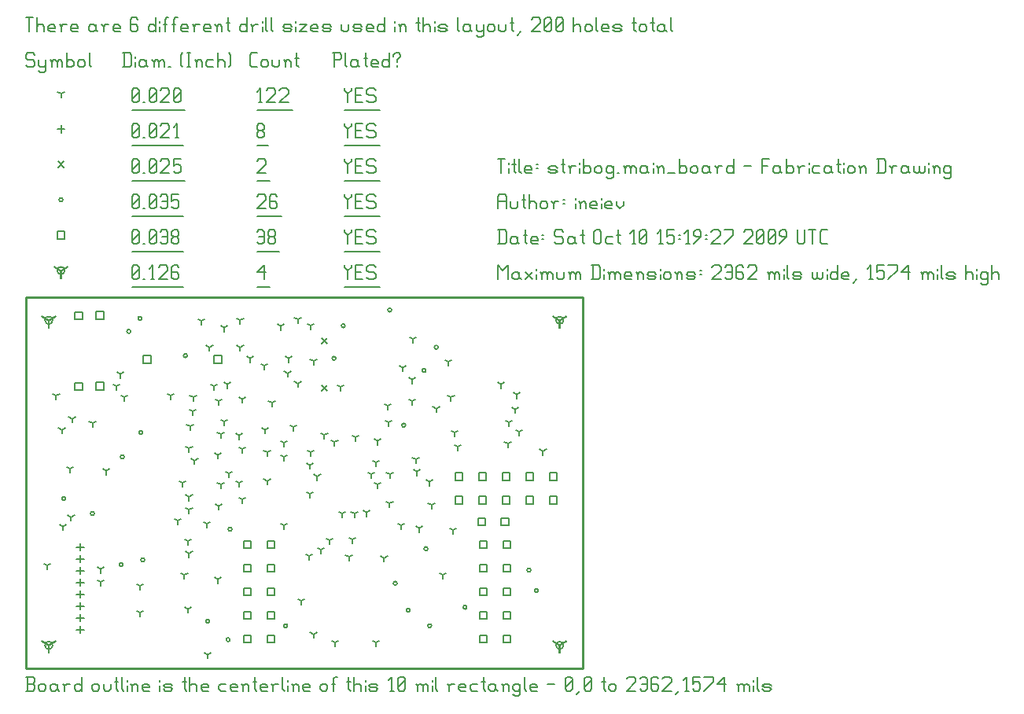
<source format=gbr>
G04 start of page 11 for group -3984 idx -3984 *
G04 Title: stribog.main_board, fab *
G04 Creator: pcb 1.99y *
G04 CreationDate: Sat Oct 10 15:19:27 2009 UTC *
G04 For: dti *
G04 Format: Gerber/RS-274X *
G04 PCB-Dimensions: 236220 157480 *
G04 PCB-Coordinate-Origin: lower left *
%MOIN*%
%FSLAX25Y25*%
%LNFAB*%
%ADD13C,0.0100*%
%ADD14C,0.0200*%
%ADD56C,0.0060*%
%ADD63R,0.0080X0.0080*%
G54D63*X226378Y9842D02*Y6642D01*
G54D14*G36*
X225831Y9989D02*X229297Y11989D01*
X229697Y11296D01*
X226231Y9296D01*
X225831Y9989D01*
G37*
G36*
X226524Y9296D02*X223058Y11296D01*
X223458Y11989D01*
X226924Y9989D01*
X226524Y9296D01*
G37*
G54D63*X224778Y9842D02*G75*G03X227978Y9842I1600J0D01*G01*
G75*G03X224778Y9842I-1600J0D01*G01*
X9843D02*Y6642D01*
G54D14*G36*
X9296Y9989D02*X12762Y11989D01*
X13162Y11296D01*
X9696Y9296D01*
X9296Y9989D01*
G37*
G36*
X9989Y9296D02*X6523Y11296D01*
X6923Y11989D01*
X10389Y9989D01*
X9989Y9296D01*
G37*
G54D63*X8243Y9842D02*G75*G03X11443Y9842I1600J0D01*G01*
G75*G03X8243Y9842I-1600J0D01*G01*
X9843Y147637D02*Y144437D01*
G54D14*G36*
X9296Y147784D02*X12762Y149784D01*
X13162Y149091D01*
X9696Y147091D01*
X9296Y147784D01*
G37*
G36*
X9989Y147091D02*X6523Y149091D01*
X6923Y149784D01*
X10389Y147784D01*
X9989Y147091D01*
G37*
G54D63*X8243Y147637D02*G75*G03X11443Y147637I1600J0D01*G01*
G75*G03X8243Y147637I-1600J0D01*G01*
X226378D02*Y144437D01*
G54D14*G36*
X225831Y147784D02*X229297Y149784D01*
X229697Y149091D01*
X226231Y147091D01*
X225831Y147784D01*
G37*
G36*
X226524Y147091D02*X223058Y149091D01*
X223458Y149784D01*
X226924Y147784D01*
X226524Y147091D01*
G37*
G54D63*X224778Y147637D02*G75*G03X227978Y147637I1600J0D01*G01*
G75*G03X224778Y147637I-1600J0D01*G01*
X15000Y168730D02*Y165530D01*
G54D14*G36*
X14453Y168876D02*X17919Y170876D01*
X18319Y170183D01*
X14853Y168183D01*
X14453Y168876D01*
G37*
G36*
X15146Y168183D02*X11680Y170183D01*
X12080Y170876D01*
X15546Y168876D01*
X15146Y168183D01*
G37*
G54D63*X13400Y168730D02*G75*G03X16600Y168730I1600J0D01*G01*
G75*G03X13400Y168730I-1600J0D01*G01*
G54D56*X135000Y170980D02*Y170230D01*
X136500Y168730D01*
X138000Y170230D01*
Y170980D02*Y170230D01*
X136500Y168730D02*Y164980D01*
X139801Y167980D02*X142051D01*
X139801Y164980D02*X142801D01*
X139801Y170980D02*Y164980D01*
Y170980D02*X142801D01*
X147603D02*X148353Y170230D01*
X145353Y170980D02*X147603D01*
X144603Y170230D02*X145353Y170980D01*
X144603Y170230D02*Y168730D01*
X145353Y167980D01*
X147603D01*
X148353Y167230D01*
Y165730D01*
X147603Y164980D02*X148353Y165730D01*
X145353Y164980D02*X147603D01*
X144603Y165730D02*X145353Y164980D01*
X135000Y161729D02*X150154D01*
X98000Y167980D02*X101000Y170980D01*
X98000Y167980D02*X101750D01*
X101000Y170980D02*Y164980D01*
X98000Y161729D02*X103551D01*
X45000Y165730D02*X45750Y164980D01*
X45000Y170230D02*Y165730D01*
Y170230D02*X45750Y170980D01*
X47250D01*
X48000Y170230D01*
Y165730D01*
X47250Y164980D02*X48000Y165730D01*
X45750Y164980D02*X47250D01*
X45000Y166480D02*X48000Y169480D01*
X49801Y164980D02*X50551D01*
X53103D02*X54603D01*
X53853Y170980D02*Y164980D01*
X52353Y169480D02*X53853Y170980D01*
X56404Y170230D02*X57154Y170980D01*
X59404D01*
X60154Y170230D01*
Y168730D01*
X56404Y164980D02*X60154Y168730D01*
X56404Y164980D02*X60154D01*
X64206Y170980D02*X64956Y170230D01*
X62706Y170980D02*X64206D01*
X61956Y170230D02*X62706Y170980D01*
X61956Y170230D02*Y165730D01*
X62706Y164980D01*
X64206Y167980D02*X64956Y167230D01*
X61956Y167980D02*X64206D01*
X62706Y164980D02*X64206D01*
X64956Y165730D01*
Y167230D02*Y165730D01*
X45000Y161729D02*X66757D01*
X201550Y63805D02*X204750D01*
X201550D02*Y60605D01*
X204750D01*
Y63805D02*Y60605D01*
X191707Y63805D02*X194907D01*
X191707D02*Y60605D01*
X194907D01*
Y63805D02*Y60605D01*
X102337Y14198D02*X105537D01*
X102337D02*Y10998D01*
X105537D01*
Y14198D02*Y10998D01*
X92337Y14198D02*X95537D01*
X92337D02*Y10998D01*
X95537D01*
Y14198D02*Y10998D01*
X102337Y24198D02*X105537D01*
X102337D02*Y20998D01*
X105537D01*
Y24198D02*Y20998D01*
X92337Y24198D02*X95537D01*
X92337D02*Y20998D01*
X95537D01*
Y24198D02*Y20998D01*
X102337Y34198D02*X105537D01*
X102337D02*Y30998D01*
X105537D01*
Y34198D02*Y30998D01*
X92337Y34198D02*X95537D01*
X92337D02*Y30998D01*
X95537D01*
Y34198D02*Y30998D01*
X102337Y44198D02*X105537D01*
X102337D02*Y40998D01*
X105537D01*
Y44198D02*Y40998D01*
X92337Y44198D02*X95537D01*
X92337D02*Y40998D01*
X95537D01*
Y44198D02*Y40998D01*
X102337Y54198D02*X105537D01*
X102337D02*Y50998D01*
X105537D01*
Y54198D02*Y50998D01*
X92337Y54198D02*X95537D01*
X92337D02*Y50998D01*
X95537D01*
Y54198D02*Y50998D01*
X202337Y14199D02*X205537D01*
X202337D02*Y10999D01*
X205537D01*
Y14199D02*Y10999D01*
X192337Y14199D02*X195537D01*
X192337D02*Y10999D01*
X195537D01*
Y14199D02*Y10999D01*
X202337Y24199D02*X205537D01*
X202337D02*Y20999D01*
X205537D01*
Y24199D02*Y20999D01*
X192337Y24199D02*X195537D01*
X192337D02*Y20999D01*
X195537D01*
Y24199D02*Y20999D01*
X202337Y34199D02*X205537D01*
X202337D02*Y30999D01*
X205537D01*
Y34199D02*Y30999D01*
X192337Y34199D02*X195537D01*
X192337D02*Y30999D01*
X195537D01*
Y34199D02*Y30999D01*
X202337Y44199D02*X205537D01*
X202337D02*Y40999D01*
X205537D01*
Y44199D02*Y40999D01*
X192337Y44199D02*X195537D01*
X192337D02*Y40999D01*
X195537D01*
Y44199D02*Y40999D01*
X202337Y54199D02*X205537D01*
X202337D02*Y50999D01*
X205537D01*
Y54199D02*Y50999D01*
X192337Y54199D02*X195537D01*
X192337D02*Y50999D01*
X195537D01*
Y54199D02*Y50999D01*
X79896Y132703D02*X83096D01*
X79896D02*Y129503D01*
X83096D01*
Y132703D02*Y129503D01*
X49896Y132703D02*X53096D01*
X49896D02*Y129503D01*
X53096D01*
Y132703D02*Y129503D01*
X20841Y151206D02*X24041D01*
X20841D02*Y148006D01*
X24041D01*
Y151206D02*Y148006D01*
X20841Y121206D02*X24041D01*
X20841D02*Y118006D01*
X24041D01*
Y121206D02*Y118006D01*
X29896Y121285D02*X33096D01*
X29896D02*Y118085D01*
X33096D01*
Y121285D02*Y118085D01*
X29896Y151285D02*X33096D01*
X29896D02*Y148085D01*
X33096D01*
Y151285D02*Y148085D01*
X222022Y83096D02*X225222D01*
X222022D02*Y79896D01*
X225222D01*
Y83096D02*Y79896D01*
X222022Y73096D02*X225222D01*
X222022D02*Y69896D01*
X225222D01*
Y73096D02*Y69896D01*
X212022Y83096D02*X215222D01*
X212022D02*Y79896D01*
X215222D01*
Y83096D02*Y79896D01*
X212022Y73096D02*X215222D01*
X212022D02*Y69896D01*
X215222D01*
Y73096D02*Y69896D01*
X202022Y83096D02*X205222D01*
X202022D02*Y79896D01*
X205222D01*
Y83096D02*Y79896D01*
X202022Y73096D02*X205222D01*
X202022D02*Y69896D01*
X205222D01*
Y73096D02*Y69896D01*
X192022Y83096D02*X195222D01*
X192022D02*Y79896D01*
X195222D01*
Y83096D02*Y79896D01*
X192022Y73096D02*X195222D01*
X192022D02*Y69896D01*
X195222D01*
Y73096D02*Y69896D01*
X182022Y83096D02*X185222D01*
X182022D02*Y79896D01*
X185222D01*
Y83096D02*Y79896D01*
X182022Y73096D02*X185222D01*
X182022D02*Y69896D01*
X185222D01*
Y73096D02*Y69896D01*
X13400Y185330D02*X16600D01*
X13400D02*Y182130D01*
X16600D01*
Y185330D02*Y182130D01*
X135000Y185980D02*Y185230D01*
X136500Y183730D01*
X138000Y185230D01*
Y185980D02*Y185230D01*
X136500Y183730D02*Y179980D01*
X139801Y182980D02*X142051D01*
X139801Y179980D02*X142801D01*
X139801Y185980D02*Y179980D01*
Y185980D02*X142801D01*
X147603D02*X148353Y185230D01*
X145353Y185980D02*X147603D01*
X144603Y185230D02*X145353Y185980D01*
X144603Y185230D02*Y183730D01*
X145353Y182980D01*
X147603D01*
X148353Y182230D01*
Y180730D01*
X147603Y179980D02*X148353Y180730D01*
X145353Y179980D02*X147603D01*
X144603Y180730D02*X145353Y179980D01*
X135000Y176729D02*X150154D01*
X98000Y185230D02*X98750Y185980D01*
X100250D01*
X101000Y185230D01*
Y180730D01*
X100250Y179980D02*X101000Y180730D01*
X98750Y179980D02*X100250D01*
X98000Y180730D02*X98750Y179980D01*
Y182980D02*X101000D01*
X102801Y180730D02*X103551Y179980D01*
X102801Y182230D02*Y180730D01*
Y182230D02*X103551Y182980D01*
X105051D01*
X105801Y182230D01*
Y180730D01*
X105051Y179980D02*X105801Y180730D01*
X103551Y179980D02*X105051D01*
X102801Y183730D02*X103551Y182980D01*
X102801Y185230D02*Y183730D01*
Y185230D02*X103551Y185980D01*
X105051D01*
X105801Y185230D01*
Y183730D01*
X105051Y182980D02*X105801Y183730D01*
X98000Y176729D02*X107603D01*
X45000Y180730D02*X45750Y179980D01*
X45000Y185230D02*Y180730D01*
Y185230D02*X45750Y185980D01*
X47250D01*
X48000Y185230D01*
Y180730D01*
X47250Y179980D02*X48000Y180730D01*
X45750Y179980D02*X47250D01*
X45000Y181480D02*X48000Y184480D01*
X49801Y179980D02*X50551D01*
X52353Y180730D02*X53103Y179980D01*
X52353Y185230D02*Y180730D01*
Y185230D02*X53103Y185980D01*
X54603D01*
X55353Y185230D01*
Y180730D01*
X54603Y179980D02*X55353Y180730D01*
X53103Y179980D02*X54603D01*
X52353Y181480D02*X55353Y184480D01*
X57154Y185230D02*X57904Y185980D01*
X59404D01*
X60154Y185230D01*
Y180730D01*
X59404Y179980D02*X60154Y180730D01*
X57904Y179980D02*X59404D01*
X57154Y180730D02*X57904Y179980D01*
Y182980D02*X60154D01*
X61956Y180730D02*X62706Y179980D01*
X61956Y182230D02*Y180730D01*
Y182230D02*X62706Y182980D01*
X64206D01*
X64956Y182230D01*
Y180730D01*
X64206Y179980D02*X64956Y180730D01*
X62706Y179980D02*X64206D01*
X61956Y183730D02*X62706Y182980D01*
X61956Y185230D02*Y183730D01*
Y185230D02*X62706Y185980D01*
X64206D01*
X64956Y185230D01*
Y183730D01*
X64206Y182980D02*X64956Y183730D01*
X45000Y176729D02*X66757D01*
X109437Y18110D02*G75*G03X111037Y18110I800J0D01*G01*
G75*G03X109437Y18110I-800J0D01*G01*
X76366Y20078D02*G75*G03X77966Y20078I800J0D01*G01*
G75*G03X76366Y20078I-800J0D01*G01*
X173216Y136220D02*G75*G03X174816Y136220I800J0D01*G01*
G75*G03X173216Y136220I-800J0D01*G01*
X168097Y126377D02*G75*G03X169697Y126377I800J0D01*G01*
G75*G03X168097Y126377I-800J0D01*G01*
X159436Y103149D02*G75*G03X161036Y103149I800J0D01*G01*
G75*G03X159436Y103149I-800J0D01*G01*
X85814Y59055D02*G75*G03X87414Y59055I800J0D01*G01*
G75*G03X85814Y59055I-800J0D01*G01*
X168885Y50787D02*G75*G03X170485Y50787I800J0D01*G01*
G75*G03X168885Y50787I-800J0D01*G01*
X48806Y46063D02*G75*G03X50406Y46063I800J0D01*G01*
G75*G03X48806Y46063I-800J0D01*G01*
X161405Y24803D02*G75*G03X163005Y24803I800J0D01*G01*
G75*G03X161405Y24803I-800J0D01*G01*
X129909Y131496D02*G75*G03X131509Y131496I800J0D01*G01*
G75*G03X129909Y131496I-800J0D01*G01*
X47625Y148426D02*G75*G03X49225Y148426I800J0D01*G01*
G75*G03X47625Y148426I-800J0D01*G01*
X133846Y145275D02*G75*G03X135446Y145275I800J0D01*G01*
G75*G03X133846Y145275I-800J0D01*G01*
X85026Y12205D02*G75*G03X86626Y12205I800J0D01*G01*
G75*G03X85026Y12205I-800J0D01*G01*
X153531Y151968D02*G75*G03X155131Y151968I800J0D01*G01*
G75*G03X153531Y151968I-800J0D01*G01*
X42902Y142913D02*G75*G03X44502Y142913I800J0D01*G01*
G75*G03X42902Y142913I-800J0D01*G01*
X15342Y72047D02*G75*G03X16942Y72047I800J0D01*G01*
G75*G03X15342Y72047I-800J0D01*G01*
X212586Y41732D02*G75*G03X214186Y41732I800J0D01*G01*
G75*G03X212586Y41732I-800J0D01*G01*
X215735Y33071D02*G75*G03X217335Y33071I800J0D01*G01*
G75*G03X215735Y33071I-800J0D01*G01*
X66917Y132676D02*G75*G03X68517Y132676I800J0D01*G01*
G75*G03X66917Y132676I-800J0D01*G01*
X39751Y44094D02*G75*G03X41351Y44094I800J0D01*G01*
G75*G03X39751Y44094I-800J0D01*G01*
X170460Y18110D02*G75*G03X172060Y18110I800J0D01*G01*
G75*G03X170460Y18110I-800J0D01*G01*
X185420Y25984D02*G75*G03X187020Y25984I800J0D01*G01*
G75*G03X185420Y25984I-800J0D01*G01*
X48019Y100000D02*G75*G03X49619Y100000I800J0D01*G01*
G75*G03X48019Y100000I-800J0D01*G01*
X40145Y89763D02*G75*G03X41745Y89763I800J0D01*G01*
G75*G03X40145Y89763I-800J0D01*G01*
X27546Y65748D02*G75*G03X29146Y65748I800J0D01*G01*
G75*G03X27546Y65748I-800J0D01*G01*
X155853Y36140D02*G75*G03X157453Y36140I800J0D01*G01*
G75*G03X155853Y36140I-800J0D01*G01*
X14200Y198730D02*G75*G03X15800Y198730I800J0D01*G01*
G75*G03X14200Y198730I-800J0D01*G01*
X135000Y200980D02*Y200230D01*
X136500Y198730D01*
X138000Y200230D01*
Y200980D02*Y200230D01*
X136500Y198730D02*Y194980D01*
X139801Y197980D02*X142051D01*
X139801Y194980D02*X142801D01*
X139801Y200980D02*Y194980D01*
Y200980D02*X142801D01*
X147603D02*X148353Y200230D01*
X145353Y200980D02*X147603D01*
X144603Y200230D02*X145353Y200980D01*
X144603Y200230D02*Y198730D01*
X145353Y197980D01*
X147603D01*
X148353Y197230D01*
Y195730D01*
X147603Y194980D02*X148353Y195730D01*
X145353Y194980D02*X147603D01*
X144603Y195730D02*X145353Y194980D01*
X135000Y191729D02*X150154D01*
X98000Y200230D02*X98750Y200980D01*
X101000D01*
X101750Y200230D01*
Y198730D01*
X98000Y194980D02*X101750Y198730D01*
X98000Y194980D02*X101750D01*
X105801Y200980D02*X106551Y200230D01*
X104301Y200980D02*X105801D01*
X103551Y200230D02*X104301Y200980D01*
X103551Y200230D02*Y195730D01*
X104301Y194980D01*
X105801Y197980D02*X106551Y197230D01*
X103551Y197980D02*X105801D01*
X104301Y194980D02*X105801D01*
X106551Y195730D01*
Y197230D02*Y195730D01*
X98000Y191729D02*X108353D01*
X45000Y195730D02*X45750Y194980D01*
X45000Y200230D02*Y195730D01*
Y200230D02*X45750Y200980D01*
X47250D01*
X48000Y200230D01*
Y195730D01*
X47250Y194980D02*X48000Y195730D01*
X45750Y194980D02*X47250D01*
X45000Y196480D02*X48000Y199480D01*
X49801Y194980D02*X50551D01*
X52353Y195730D02*X53103Y194980D01*
X52353Y200230D02*Y195730D01*
Y200230D02*X53103Y200980D01*
X54603D01*
X55353Y200230D01*
Y195730D01*
X54603Y194980D02*X55353Y195730D01*
X53103Y194980D02*X54603D01*
X52353Y196480D02*X55353Y199480D01*
X57154Y200230D02*X57904Y200980D01*
X59404D01*
X60154Y200230D01*
Y195730D01*
X59404Y194980D02*X60154Y195730D01*
X57904Y194980D02*X59404D01*
X57154Y195730D02*X57904Y194980D01*
Y197980D02*X60154D01*
X61956Y200980D02*X64956D01*
X61956D02*Y197980D01*
X62706Y198730D01*
X64206D01*
X64956Y197980D01*
Y195730D01*
X64206Y194980D02*X64956Y195730D01*
X62706Y194980D02*X64206D01*
X61956Y195730D02*X62706Y194980D01*
X45000Y191729D02*X66757D01*
X125572Y120098D02*X127972Y117698D01*
X125572D02*X127972Y120098D01*
X125572Y140098D02*X127972Y137698D01*
X125572D02*X127972Y140098D01*
X13800Y214930D02*X16200Y212530D01*
X13800D02*X16200Y214930D01*
X135000Y215980D02*Y215230D01*
X136500Y213730D01*
X138000Y215230D01*
Y215980D02*Y215230D01*
X136500Y213730D02*Y209980D01*
X139801Y212980D02*X142051D01*
X139801Y209980D02*X142801D01*
X139801Y215980D02*Y209980D01*
Y215980D02*X142801D01*
X147603D02*X148353Y215230D01*
X145353Y215980D02*X147603D01*
X144603Y215230D02*X145353Y215980D01*
X144603Y215230D02*Y213730D01*
X145353Y212980D01*
X147603D01*
X148353Y212230D01*
Y210730D01*
X147603Y209980D02*X148353Y210730D01*
X145353Y209980D02*X147603D01*
X144603Y210730D02*X145353Y209980D01*
X135000Y206729D02*X150154D01*
X98000Y215230D02*X98750Y215980D01*
X101000D01*
X101750Y215230D01*
Y213730D01*
X98000Y209980D02*X101750Y213730D01*
X98000Y209980D02*X101750D01*
X98000Y206729D02*X103551D01*
X45000Y210730D02*X45750Y209980D01*
X45000Y215230D02*Y210730D01*
Y215230D02*X45750Y215980D01*
X47250D01*
X48000Y215230D01*
Y210730D01*
X47250Y209980D02*X48000Y210730D01*
X45750Y209980D02*X47250D01*
X45000Y211480D02*X48000Y214480D01*
X49801Y209980D02*X50551D01*
X52353Y210730D02*X53103Y209980D01*
X52353Y215230D02*Y210730D01*
Y215230D02*X53103Y215980D01*
X54603D01*
X55353Y215230D01*
Y210730D01*
X54603Y209980D02*X55353Y210730D01*
X53103Y209980D02*X54603D01*
X52353Y211480D02*X55353Y214480D01*
X57154Y215230D02*X57904Y215980D01*
X60154D01*
X60904Y215230D01*
Y213730D01*
X57154Y209980D02*X60904Y213730D01*
X57154Y209980D02*X60904D01*
X62706Y215980D02*X65706D01*
X62706D02*Y212980D01*
X63456Y213730D01*
X64956D01*
X65706Y212980D01*
Y210730D01*
X64956Y209980D02*X65706Y210730D01*
X63456Y209980D02*X64956D01*
X62706Y210730D02*X63456Y209980D01*
X45000Y206729D02*X67507D01*
X23229Y53135D02*Y49935D01*
X21629Y51535D02*X24829D01*
X23229Y48135D02*Y44935D01*
X21629Y46535D02*X24829D01*
X23229Y43135D02*Y39935D01*
X21629Y41535D02*X24829D01*
X23229Y38135D02*Y34935D01*
X21629Y36535D02*X24829D01*
X23229Y33135D02*Y29935D01*
X21629Y31535D02*X24829D01*
X23229Y28135D02*Y24935D01*
X21629Y26535D02*X24829D01*
X23229Y23135D02*Y19935D01*
X21629Y21535D02*X24829D01*
X23229Y18135D02*Y14935D01*
X21629Y16535D02*X24829D01*
X15000Y230330D02*Y227130D01*
X13400Y228730D02*X16600D01*
X135000Y230980D02*Y230230D01*
X136500Y228730D01*
X138000Y230230D01*
Y230980D02*Y230230D01*
X136500Y228730D02*Y224980D01*
X139801Y227980D02*X142051D01*
X139801Y224980D02*X142801D01*
X139801Y230980D02*Y224980D01*
Y230980D02*X142801D01*
X147603D02*X148353Y230230D01*
X145353Y230980D02*X147603D01*
X144603Y230230D02*X145353Y230980D01*
X144603Y230230D02*Y228730D01*
X145353Y227980D01*
X147603D01*
X148353Y227230D01*
Y225730D01*
X147603Y224980D02*X148353Y225730D01*
X145353Y224980D02*X147603D01*
X144603Y225730D02*X145353Y224980D01*
X135000Y221729D02*X150154D01*
X98000Y225730D02*X98750Y224980D01*
X98000Y227230D02*Y225730D01*
Y227230D02*X98750Y227980D01*
X100250D01*
X101000Y227230D01*
Y225730D01*
X100250Y224980D02*X101000Y225730D01*
X98750Y224980D02*X100250D01*
X98000Y228730D02*X98750Y227980D01*
X98000Y230230D02*Y228730D01*
Y230230D02*X98750Y230980D01*
X100250D01*
X101000Y230230D01*
Y228730D01*
X100250Y227980D02*X101000Y228730D01*
X98000Y221729D02*X102801D01*
X45000Y225730D02*X45750Y224980D01*
X45000Y230230D02*Y225730D01*
Y230230D02*X45750Y230980D01*
X47250D01*
X48000Y230230D01*
Y225730D01*
X47250Y224980D02*X48000Y225730D01*
X45750Y224980D02*X47250D01*
X45000Y226480D02*X48000Y229480D01*
X49801Y224980D02*X50551D01*
X52353Y225730D02*X53103Y224980D01*
X52353Y230230D02*Y225730D01*
Y230230D02*X53103Y230980D01*
X54603D01*
X55353Y230230D01*
Y225730D01*
X54603Y224980D02*X55353Y225730D01*
X53103Y224980D02*X54603D01*
X52353Y226480D02*X55353Y229480D01*
X57154Y230230D02*X57904Y230980D01*
X60154D01*
X60904Y230230D01*
Y228730D01*
X57154Y224980D02*X60904Y228730D01*
X57154Y224980D02*X60904D01*
X63456D02*X64956D01*
X64206Y230980D02*Y224980D01*
X62706Y229480D02*X64206Y230980D01*
X45000Y221729D02*X66757D01*
X139763Y98031D02*Y96431D01*
Y98031D02*X141149Y98831D01*
X139763Y98031D02*X138377Y98831D01*
X120079Y47637D02*Y46037D01*
Y47637D02*X121465Y48437D01*
X120079Y47637D02*X118693Y48437D01*
X204330Y95275D02*Y93675D01*
Y95275D02*X205716Y96075D01*
X204330Y95275D02*X202944Y96075D01*
X179134Y129921D02*Y128321D01*
Y129921D02*X180520Y130721D01*
X179134Y129921D02*X177748Y130721D01*
X207479Y109842D02*Y108242D01*
Y109842D02*X208865Y110642D01*
X207479Y109842D02*X206093Y110642D01*
X208267Y116141D02*Y114541D01*
Y116141D02*X209653Y116941D01*
X208267Y116141D02*X206881Y116941D01*
X201574Y120472D02*Y118872D01*
Y120472D02*X202960Y121272D01*
X201574Y120472D02*X200188Y121272D01*
X209054Y100393D02*Y98793D01*
Y100393D02*X210440Y101193D01*
X209054Y100393D02*X207668Y101193D01*
X183070Y94094D02*Y92494D01*
Y94094D02*X184456Y94894D01*
X183070Y94094D02*X181684Y94894D01*
X84252Y144488D02*Y142888D01*
Y144488D02*X85638Y145288D01*
X84252Y144488D02*X82866Y145288D01*
X163780Y122441D02*Y120841D01*
Y122441D02*X165166Y123241D01*
X163780Y122441D02*X162394Y123241D01*
X153543Y111417D02*Y109817D01*
Y111417D02*X154929Y112217D01*
X153543Y111417D02*X152157Y112217D01*
X116929Y28740D02*Y27140D01*
Y28740D02*X118315Y29540D01*
X116929Y28740D02*X115543Y29540D01*
X79921Y119685D02*Y118085D01*
Y119685D02*X81307Y120485D01*
X79921Y119685D02*X78535Y120485D01*
X115355Y120866D02*Y119266D01*
Y120866D02*X116741Y121666D01*
X115355Y120866D02*X113969Y121666D01*
X111418Y131496D02*Y129896D01*
Y131496D02*X112804Y132296D01*
X111418Y131496D02*X110032Y132296D01*
X77953Y136220D02*Y134620D01*
Y136220D02*X79339Y137020D01*
X77953Y136220D02*X76567Y137020D01*
X165748Y83464D02*Y81864D01*
Y83464D02*X167134Y84264D01*
X165748Y83464D02*X164362Y84264D01*
X74409Y147243D02*Y145643D01*
Y147243D02*X75795Y148043D01*
X74409Y147243D02*X73023Y148043D01*
X111024Y125197D02*Y123597D01*
Y125197D02*X112410Y125997D01*
X111024Y125197D02*X109638Y125997D01*
X101181Y128346D02*Y126746D01*
Y128346D02*X102567Y129146D01*
X101181Y128346D02*X99795Y129146D01*
X123622Y81496D02*Y79896D01*
Y81496D02*X125008Y82296D01*
X123622Y81496D02*X122236Y82296D01*
X95276Y131496D02*Y129896D01*
Y131496D02*X96662Y132296D01*
X95276Y131496D02*X93890Y132296D01*
X115354Y148031D02*Y146431D01*
Y148031D02*X116740Y148831D01*
X115354Y148031D02*X113968Y148831D01*
X153937Y104330D02*Y102730D01*
Y104330D02*X155323Y105130D01*
X153937Y104330D02*X152551Y105130D01*
X138583Y54763D02*Y53163D01*
Y54763D02*X139969Y55563D01*
X138583Y54763D02*X137197Y55563D01*
X180315Y114960D02*Y113360D01*
Y114960D02*X181701Y115760D01*
X180315Y114960D02*X178929Y115760D01*
X109449Y60630D02*Y59030D01*
Y60630D02*X110835Y61430D01*
X109449Y60630D02*X108063Y61430D01*
X128740Y54330D02*Y52730D01*
Y54330D02*X130126Y55130D01*
X128740Y54330D02*X127354Y55130D01*
X134252Y65748D02*Y64148D01*
Y65748D02*X135638Y66548D01*
X134252Y65748D02*X132866Y66548D01*
X82677Y99251D02*Y97651D01*
Y99251D02*X84063Y100051D01*
X82677Y99251D02*X81291Y100051D01*
X64567Y62598D02*Y60998D01*
Y62598D02*X65953Y63398D01*
X64567Y62598D02*X63181Y63398D01*
X144488Y66141D02*Y64541D01*
Y66141D02*X145874Y66941D01*
X144488Y66141D02*X143102Y66941D01*
X149213Y96456D02*Y94856D01*
Y96456D02*X150599Y97256D01*
X149213Y96456D02*X147827Y97256D01*
X181890Y100000D02*Y98400D01*
Y100000D02*X183276Y100800D01*
X181890Y100000D02*X180504Y100800D01*
X181103Y58661D02*Y57061D01*
Y58661D02*X182489Y59461D01*
X181103Y58661D02*X179717Y59461D01*
X130944Y96024D02*Y94424D01*
Y96024D02*X132330Y96824D01*
X130944Y96024D02*X129558Y96824D01*
X164173Y139763D02*Y138163D01*
Y139763D02*X165559Y140563D01*
X164173Y139763D02*X162787Y140563D01*
X204723Y104330D02*Y102730D01*
Y104330D02*X206109Y105130D01*
X204723Y104330D02*X203337Y105130D01*
X15355Y101181D02*Y99581D01*
Y101181D02*X16741Y101981D01*
X15355Y101181D02*X13969Y101981D01*
X151968Y46850D02*Y45250D01*
Y46850D02*X153354Y47650D01*
X151968Y46850D02*X150582Y47650D01*
X69291Y67322D02*Y65722D01*
Y67322D02*X70677Y68122D01*
X69291Y67322D02*X67905Y68122D01*
X159055Y60630D02*Y59030D01*
Y60630D02*X160441Y61430D01*
X159055Y60630D02*X157669Y61430D01*
X109528Y95669D02*Y94069D01*
Y95669D02*X110914Y96469D01*
X109528Y95669D02*X108142Y96469D01*
X85434Y120472D02*Y118872D01*
Y120472D02*X86820Y121272D01*
X85434Y120472D02*X84048Y121272D01*
X69685Y102756D02*Y101156D01*
Y102756D02*X71071Y103556D01*
X69685Y102756D02*X68299Y103556D01*
X148425Y11023D02*Y9423D01*
Y11023D02*X149811Y11823D01*
X148425Y11023D02*X147039Y11823D01*
X122047Y14567D02*Y12967D01*
Y14567D02*X123433Y15367D01*
X122047Y14567D02*X120661Y15367D01*
X139370Y65747D02*Y64147D01*
Y65747D02*X140756Y66547D01*
X139370Y65747D02*X137984Y66547D01*
X120866Y91732D02*Y90132D01*
Y91732D02*X122252Y92532D01*
X120866Y91732D02*X119480Y92532D01*
X137008Y47244D02*Y45644D01*
Y47244D02*X138394Y48044D01*
X137008Y47244D02*X135622Y48044D01*
X120472Y86220D02*Y84620D01*
Y86220D02*X121858Y87020D01*
X120472Y86220D02*X119086Y87020D01*
X68898Y53937D02*Y52337D01*
Y53937D02*X70284Y54737D01*
X68898Y53937D02*X67512Y54737D01*
X126615Y99016D02*Y97416D01*
Y99016D02*X128001Y99816D01*
X126615Y99016D02*X125229Y99816D01*
X81811Y68857D02*Y67257D01*
Y68857D02*X83197Y69657D01*
X81811Y68857D02*X80425Y69657D01*
X171260Y79134D02*Y77534D01*
Y79134D02*X172646Y79934D01*
X171260Y79134D02*X169874Y79934D01*
X165354Y88582D02*Y86982D01*
Y88582D02*X166740Y89382D01*
X165354Y88582D02*X163968Y89382D01*
X133465Y119291D02*Y117691D01*
Y119291D02*X134851Y120091D01*
X133465Y119291D02*X132079Y120091D01*
X104331Y112598D02*Y110998D01*
Y112598D02*X105717Y113398D01*
X104331Y112598D02*X102945Y113398D01*
X149213Y77952D02*Y76352D01*
Y77952D02*X150599Y78752D01*
X149213Y77952D02*X147827Y78752D01*
X146457Y82283D02*Y80683D01*
Y82283D02*X147843Y83083D01*
X146457Y82283D02*X145071Y83083D01*
X154331Y82283D02*Y80683D01*
Y82283D02*X155717Y83083D01*
X154331Y82283D02*X152945Y83083D01*
X148425Y87401D02*Y85801D01*
Y87401D02*X149811Y88201D01*
X148425Y87401D02*X147039Y88201D01*
X159843Y127559D02*Y125959D01*
Y127559D02*X161229Y128359D01*
X159843Y127559D02*X158457Y128359D01*
X102362Y91732D02*Y90132D01*
Y91732D02*X103748Y92532D01*
X102362Y91732D02*X100976Y92532D01*
X163780Y113386D02*Y111786D01*
Y113386D02*X165166Y114186D01*
X163780Y113386D02*X162394Y114186D01*
X174016Y110236D02*Y108636D01*
Y110236D02*X175402Y111036D01*
X174016Y110236D02*X172630Y111036D01*
X131102Y11025D02*Y9425D01*
Y11025D02*X132488Y11825D01*
X131102Y11025D02*X129716Y11825D01*
X120472Y74015D02*Y72415D01*
Y74015D02*X121858Y74815D01*
X120472Y74015D02*X119086Y74815D01*
X69291Y48819D02*Y47219D01*
Y48819D02*X70677Y49619D01*
X69291Y48819D02*X67905Y49619D01*
X90945Y147637D02*Y146037D01*
Y147637D02*X92331Y148437D01*
X90945Y147637D02*X89559Y148437D01*
X31889Y36614D02*Y35014D01*
Y36614D02*X33275Y37414D01*
X31889Y36614D02*X30503Y37414D01*
X120866Y145275D02*Y143675D01*
Y145275D02*X122252Y146075D01*
X120866Y145275D02*X119480Y146075D01*
X9055Y43700D02*Y42100D01*
Y43700D02*X10441Y44500D01*
X9055Y43700D02*X7669Y44500D01*
X38583Y119685D02*Y118085D01*
Y119685D02*X39969Y120485D01*
X38583Y119685D02*X37197Y120485D01*
X219291Y92126D02*Y90526D01*
Y92126D02*X220677Y92926D01*
X219291Y92126D02*X217905Y92926D01*
X41732Y114960D02*Y113360D01*
Y114960D02*X43118Y115760D01*
X41732Y114960D02*X40346Y115760D01*
X12992Y115748D02*Y114148D01*
Y115748D02*X14378Y116548D01*
X12992Y115748D02*X11606Y116548D01*
X67323Y39763D02*Y38163D01*
Y39763D02*X68709Y40563D01*
X67323Y39763D02*X65937Y40563D01*
X86220Y82677D02*Y81077D01*
Y82677D02*X87606Y83477D01*
X86220Y82677D02*X84834Y83477D01*
X90551Y98818D02*Y97218D01*
Y98818D02*X91937Y99618D01*
X90551Y98818D02*X89165Y99618D01*
X81496Y90551D02*Y88951D01*
Y90551D02*X82882Y91351D01*
X81496Y90551D02*X80110Y91351D01*
X71024Y114961D02*Y113361D01*
Y114961D02*X72410Y115761D01*
X71024Y114961D02*X69638Y115761D01*
X70866Y109055D02*Y107455D01*
Y109055D02*X72252Y109855D01*
X70866Y109055D02*X69480Y109855D01*
X69291Y93307D02*Y91707D01*
Y93307D02*X70677Y94107D01*
X69291Y93307D02*X67905Y94107D01*
X71654Y88189D02*Y86589D01*
Y88189D02*X73040Y88989D01*
X71654Y88189D02*X70268Y88989D01*
X176772Y39763D02*Y38163D01*
Y39763D02*X178158Y40563D01*
X176772Y39763D02*X175386Y40563D01*
X91732Y92913D02*Y91313D01*
Y92913D02*X93118Y93713D01*
X91732Y92913D02*X90346Y93713D01*
X91732Y71653D02*Y70053D01*
Y71653D02*X93118Y72453D01*
X91732Y71653D02*X90346Y72453D01*
X69291Y72834D02*Y71234D01*
Y72834D02*X70677Y73634D01*
X69291Y72834D02*X67905Y73634D01*
X125196Y50277D02*Y48677D01*
Y50277D02*X126582Y51077D01*
X125196Y50277D02*X123810Y51077D01*
X91732Y114173D02*Y112573D01*
Y114173D02*X93118Y114973D01*
X91732Y114173D02*X90346Y114973D01*
X90551Y78740D02*Y77140D01*
Y78740D02*X91937Y79540D01*
X90551Y78740D02*X89165Y79540D01*
X77165Y5905D02*Y4305D01*
Y5905D02*X78551Y6705D01*
X77165Y5905D02*X75779Y6705D01*
X109528Y89763D02*Y88163D01*
Y89763D02*X110914Y90563D01*
X109528Y89763D02*X108142Y90563D01*
X90945Y136220D02*Y134620D01*
Y136220D02*X92331Y137020D01*
X90945Y136220D02*X89559Y137020D01*
X122047Y130315D02*Y128715D01*
Y130315D02*X123433Y131115D01*
X122047Y130315D02*X120661Y131115D01*
X154291Y70000D02*Y68400D01*
Y70000D02*X155677Y70800D01*
X154291Y70000D02*X152905Y70800D01*
X81890Y113386D02*Y111786D01*
Y113386D02*X83276Y114186D01*
X81890Y113386D02*X80504Y114186D01*
X84252Y104724D02*Y103124D01*
Y104724D02*X85638Y105524D01*
X84252Y104724D02*X82866Y105524D01*
X166929Y59449D02*Y57849D01*
Y59449D02*X168315Y60249D01*
X166929Y59449D02*X165543Y60249D01*
X68898Y25196D02*Y23596D01*
Y25196D02*X70284Y25996D01*
X68898Y25196D02*X67512Y25996D01*
X81496Y37795D02*Y36195D01*
Y37795D02*X82882Y38595D01*
X81496Y37795D02*X80110Y38595D01*
X40157Y124803D02*Y123203D01*
Y124803D02*X41543Y125603D01*
X40157Y124803D02*X38771Y125603D01*
X48425Y35039D02*Y33439D01*
Y35039D02*X49811Y35839D01*
X48425Y35039D02*X47039Y35839D01*
X31889Y42126D02*Y40526D01*
Y42126D02*X33275Y42926D01*
X31889Y42126D02*X30503Y42926D01*
X61417Y115748D02*Y114148D01*
Y115748D02*X62803Y116548D01*
X61417Y115748D02*X60031Y116548D01*
X82677Y77952D02*Y76352D01*
Y77952D02*X84063Y78752D01*
X82677Y77952D02*X81291Y78752D01*
X102362Y79527D02*Y77927D01*
Y79527D02*X103748Y80327D01*
X102362Y79527D02*X100976Y80327D01*
X101575Y101181D02*Y99581D01*
Y101181D02*X102961Y101981D01*
X101575Y101181D02*X100189Y101981D01*
X113386Y102362D02*Y100762D01*
Y102362D02*X114772Y103162D01*
X113386Y102362D02*X112000Y103162D01*
X172047Y69290D02*Y67690D01*
Y69290D02*X173433Y70090D01*
X172047Y69290D02*X170661Y70090D01*
X76772Y61417D02*Y59817D01*
Y61417D02*X78158Y62217D01*
X76772Y61417D02*X75386Y62217D01*
X66535Y78740D02*Y77140D01*
Y78740D02*X67921Y79540D01*
X66535Y78740D02*X65149Y79540D01*
X108268Y145118D02*Y143518D01*
Y145118D02*X109654Y145918D01*
X108268Y145118D02*X106882Y145918D01*
X19291Y64173D02*Y62573D01*
Y64173D02*X20677Y64973D01*
X19291Y64173D02*X17905Y64973D01*
X15748Y60236D02*Y58636D01*
Y60236D02*X17134Y61036D01*
X15748Y60236D02*X14362Y61036D01*
X18898Y84645D02*Y83045D01*
Y84645D02*X20284Y85445D01*
X18898Y84645D02*X17512Y85445D01*
X28346Y103937D02*Y102337D01*
Y103937D02*X29732Y104737D01*
X28346Y103937D02*X26960Y104737D01*
X19685Y105905D02*Y104305D01*
Y105905D02*X21071Y106705D01*
X19685Y105905D02*X18299Y106705D01*
X34134Y83819D02*Y82219D01*
Y83819D02*X35520Y84619D01*
X34134Y83819D02*X32748Y84619D01*
X48426Y23622D02*Y22022D01*
Y23622D02*X49812Y24422D01*
X48426Y23622D02*X47040Y24422D01*
X15000Y243730D02*Y242130D01*
Y243730D02*X16386Y244530D01*
X15000Y243730D02*X13614Y244530D01*
X135000Y245980D02*Y245230D01*
X136500Y243730D01*
X138000Y245230D01*
Y245980D02*Y245230D01*
X136500Y243730D02*Y239980D01*
X139801Y242980D02*X142051D01*
X139801Y239980D02*X142801D01*
X139801Y245980D02*Y239980D01*
Y245980D02*X142801D01*
X147603D02*X148353Y245230D01*
X145353Y245980D02*X147603D01*
X144603Y245230D02*X145353Y245980D01*
X144603Y245230D02*Y243730D01*
X145353Y242980D01*
X147603D01*
X148353Y242230D01*
Y240730D01*
X147603Y239980D02*X148353Y240730D01*
X145353Y239980D02*X147603D01*
X144603Y240730D02*X145353Y239980D01*
X135000Y236729D02*X150154D01*
X98750Y239980D02*X100250D01*
X99500Y245980D02*Y239980D01*
X98000Y244480D02*X99500Y245980D01*
X102051Y245230D02*X102801Y245980D01*
X105051D01*
X105801Y245230D01*
Y243730D01*
X102051Y239980D02*X105801Y243730D01*
X102051Y239980D02*X105801D01*
X107603Y245230D02*X108353Y245980D01*
X110603D01*
X111353Y245230D01*
Y243730D01*
X107603Y239980D02*X111353Y243730D01*
X107603Y239980D02*X111353D01*
X98000Y236729D02*X113154D01*
X45000Y240730D02*X45750Y239980D01*
X45000Y245230D02*Y240730D01*
Y245230D02*X45750Y245980D01*
X47250D01*
X48000Y245230D01*
Y240730D01*
X47250Y239980D02*X48000Y240730D01*
X45750Y239980D02*X47250D01*
X45000Y241480D02*X48000Y244480D01*
X49801Y239980D02*X50551D01*
X52353Y240730D02*X53103Y239980D01*
X52353Y245230D02*Y240730D01*
Y245230D02*X53103Y245980D01*
X54603D01*
X55353Y245230D01*
Y240730D01*
X54603Y239980D02*X55353Y240730D01*
X53103Y239980D02*X54603D01*
X52353Y241480D02*X55353Y244480D01*
X57154Y245230D02*X57904Y245980D01*
X60154D01*
X60904Y245230D01*
Y243730D01*
X57154Y239980D02*X60904Y243730D01*
X57154Y239980D02*X60904D01*
X62706Y240730D02*X63456Y239980D01*
X62706Y245230D02*Y240730D01*
Y245230D02*X63456Y245980D01*
X64956D01*
X65706Y245230D01*
Y240730D01*
X64956Y239980D02*X65706Y240730D01*
X63456Y239980D02*X64956D01*
X62706Y241480D02*X65706Y244480D01*
X45000Y236729D02*X67507D01*
X3000Y260980D02*X3750Y260230D01*
X750Y260980D02*X3000D01*
X0Y260230D02*X750Y260980D01*
X0Y260230D02*Y258730D01*
X750Y257980D01*
X3000D01*
X3750Y257230D01*
Y255730D01*
X3000Y254980D02*X3750Y255730D01*
X750Y254980D02*X3000D01*
X0Y255730D02*X750Y254980D01*
X5551Y257980D02*Y255730D01*
X6301Y254980D01*
X8551Y257980D02*Y253480D01*
X7801Y252730D02*X8551Y253480D01*
X6301Y252730D02*X7801D01*
X5551Y253480D02*X6301Y252730D01*
Y254980D02*X7801D01*
X8551Y255730D01*
X11103Y257230D02*Y254980D01*
Y257230D02*X11853Y257980D01*
X12603D01*
X13353Y257230D01*
Y254980D01*
Y257230D02*X14103Y257980D01*
X14853D01*
X15603Y257230D01*
Y254980D01*
X10353Y257980D02*X11103Y257230D01*
X17404Y260980D02*Y254980D01*
Y255730D02*X18154Y254980D01*
X19654D01*
X20404Y255730D01*
Y257230D02*Y255730D01*
X19654Y257980D02*X20404Y257230D01*
X18154Y257980D02*X19654D01*
X17404Y257230D02*X18154Y257980D01*
X22206Y257230D02*Y255730D01*
Y257230D02*X22956Y257980D01*
X24456D01*
X25206Y257230D01*
Y255730D01*
X24456Y254980D02*X25206Y255730D01*
X22956Y254980D02*X24456D01*
X22206Y255730D02*X22956Y254980D01*
X27007Y260980D02*Y255730D01*
X27757Y254980D01*
X41750Y260980D02*Y254980D01*
X44000Y260980D02*X44750Y260230D01*
Y255730D01*
X44000Y254980D02*X44750Y255730D01*
X41000Y254980D02*X44000D01*
X41000Y260980D02*X44000D01*
X46551Y259480D02*Y258730D01*
Y257230D02*Y254980D01*
X50303Y257980D02*X51053Y257230D01*
X48803Y257980D02*X50303D01*
X48053Y257230D02*X48803Y257980D01*
X48053Y257230D02*Y255730D01*
X48803Y254980D01*
X51053Y257980D02*Y255730D01*
X51803Y254980D01*
X48803D02*X50303D01*
X51053Y255730D01*
X54354Y257230D02*Y254980D01*
Y257230D02*X55104Y257980D01*
X55854D01*
X56604Y257230D01*
Y254980D01*
Y257230D02*X57354Y257980D01*
X58104D01*
X58854Y257230D01*
Y254980D01*
X53604Y257980D02*X54354Y257230D01*
X60656Y254980D02*X61406D01*
X65907Y255730D02*X66657Y254980D01*
X65907Y260230D02*X66657Y260980D01*
X65907Y260230D02*Y255730D01*
X68459Y260980D02*X69959D01*
X69209D02*Y254980D01*
X68459D02*X69959D01*
X72510Y257230D02*Y254980D01*
Y257230D02*X73260Y257980D01*
X74010D01*
X74760Y257230D01*
Y254980D01*
X71760Y257980D02*X72510Y257230D01*
X77312Y257980D02*X79562D01*
X76562Y257230D02*X77312Y257980D01*
X76562Y257230D02*Y255730D01*
X77312Y254980D01*
X79562D01*
X81363Y260980D02*Y254980D01*
Y257230D02*X82113Y257980D01*
X83613D01*
X84363Y257230D01*
Y254980D01*
X86165Y260980D02*X86915Y260230D01*
Y255730D01*
X86165Y254980D02*X86915Y255730D01*
X95750Y254980D02*X98000D01*
X95000Y255730D02*X95750Y254980D01*
X95000Y260230D02*Y255730D01*
Y260230D02*X95750Y260980D01*
X98000D01*
X99801Y257230D02*Y255730D01*
Y257230D02*X100551Y257980D01*
X102051D01*
X102801Y257230D01*
Y255730D01*
X102051Y254980D02*X102801Y255730D01*
X100551Y254980D02*X102051D01*
X99801Y255730D02*X100551Y254980D01*
X104603Y257980D02*Y255730D01*
X105353Y254980D01*
X106853D01*
X107603Y255730D01*
Y257980D02*Y255730D01*
X110154Y257230D02*Y254980D01*
Y257230D02*X110904Y257980D01*
X111654D01*
X112404Y257230D01*
Y254980D01*
X109404Y257980D02*X110154Y257230D01*
X114956Y260980D02*Y255730D01*
X115706Y254980D01*
X114206Y258730D02*X115706D01*
X130750Y260980D02*Y254980D01*
X130000Y260980D02*X133000D01*
X133750Y260230D01*
Y258730D01*
X133000Y257980D02*X133750Y258730D01*
X130750Y257980D02*X133000D01*
X135551Y260980D02*Y255730D01*
X136301Y254980D01*
X140053Y257980D02*X140803Y257230D01*
X138553Y257980D02*X140053D01*
X137803Y257230D02*X138553Y257980D01*
X137803Y257230D02*Y255730D01*
X138553Y254980D01*
X140803Y257980D02*Y255730D01*
X141553Y254980D01*
X138553D02*X140053D01*
X140803Y255730D01*
X144104Y260980D02*Y255730D01*
X144854Y254980D01*
X143354Y258730D02*X144854D01*
X147106Y254980D02*X149356D01*
X146356Y255730D02*X147106Y254980D01*
X146356Y257230D02*Y255730D01*
Y257230D02*X147106Y257980D01*
X148606D01*
X149356Y257230D01*
X146356Y256480D02*X149356D01*
Y257230D02*Y256480D01*
X154157Y260980D02*Y254980D01*
X153407D02*X154157Y255730D01*
X151907Y254980D02*X153407D01*
X151157Y255730D02*X151907Y254980D01*
X151157Y257230D02*Y255730D01*
Y257230D02*X151907Y257980D01*
X153407D01*
X154157Y257230D01*
X157459Y257980D02*Y257230D01*
Y255730D02*Y254980D01*
X155959Y260230D02*Y259480D01*
Y260230D02*X156709Y260980D01*
X158209D01*
X158959Y260230D01*
Y259480D01*
X157459Y257980D02*X158959Y259480D01*
X0Y275980D02*X3000D01*
X1500D02*Y269980D01*
X4801Y275980D02*Y269980D01*
Y272230D02*X5551Y272980D01*
X7051D01*
X7801Y272230D01*
Y269980D01*
X10353D02*X12603D01*
X9603Y270730D02*X10353Y269980D01*
X9603Y272230D02*Y270730D01*
Y272230D02*X10353Y272980D01*
X11853D01*
X12603Y272230D01*
X9603Y271480D02*X12603D01*
Y272230D02*Y271480D01*
X15154Y272230D02*Y269980D01*
Y272230D02*X15904Y272980D01*
X17404D01*
X14404D02*X15154Y272230D01*
X19956Y269980D02*X22206D01*
X19206Y270730D02*X19956Y269980D01*
X19206Y272230D02*Y270730D01*
Y272230D02*X19956Y272980D01*
X21456D01*
X22206Y272230D01*
X19206Y271480D02*X22206D01*
Y272230D02*Y271480D01*
X28957Y272980D02*X29707Y272230D01*
X27457Y272980D02*X28957D01*
X26707Y272230D02*X27457Y272980D01*
X26707Y272230D02*Y270730D01*
X27457Y269980D01*
X29707Y272980D02*Y270730D01*
X30457Y269980D01*
X27457D02*X28957D01*
X29707Y270730D01*
X33009Y272230D02*Y269980D01*
Y272230D02*X33759Y272980D01*
X35259D01*
X32259D02*X33009Y272230D01*
X37810Y269980D02*X40060D01*
X37060Y270730D02*X37810Y269980D01*
X37060Y272230D02*Y270730D01*
Y272230D02*X37810Y272980D01*
X39310D01*
X40060Y272230D01*
X37060Y271480D02*X40060D01*
Y272230D02*Y271480D01*
X46812Y275980D02*X47562Y275230D01*
X45312Y275980D02*X46812D01*
X44562Y275230D02*X45312Y275980D01*
X44562Y275230D02*Y270730D01*
X45312Y269980D01*
X46812Y272980D02*X47562Y272230D01*
X44562Y272980D02*X46812D01*
X45312Y269980D02*X46812D01*
X47562Y270730D01*
Y272230D02*Y270730D01*
X55063Y275980D02*Y269980D01*
X54313D02*X55063Y270730D01*
X52813Y269980D02*X54313D01*
X52063Y270730D02*X52813Y269980D01*
X52063Y272230D02*Y270730D01*
Y272230D02*X52813Y272980D01*
X54313D01*
X55063Y272230D01*
X56865Y274480D02*Y273730D01*
Y272230D02*Y269980D01*
X59116Y275230D02*Y269980D01*
Y275230D02*X59866Y275980D01*
X60616D01*
X58366Y272980D02*X59866D01*
X62868Y275230D02*Y269980D01*
Y275230D02*X63618Y275980D01*
X64368D01*
X62118Y272980D02*X63618D01*
X66619Y269980D02*X68869D01*
X65869Y270730D02*X66619Y269980D01*
X65869Y272230D02*Y270730D01*
Y272230D02*X66619Y272980D01*
X68119D01*
X68869Y272230D01*
X65869Y271480D02*X68869D01*
Y272230D02*Y271480D01*
X71421Y272230D02*Y269980D01*
Y272230D02*X72171Y272980D01*
X73671D01*
X70671D02*X71421Y272230D01*
X76222Y269980D02*X78472D01*
X75472Y270730D02*X76222Y269980D01*
X75472Y272230D02*Y270730D01*
Y272230D02*X76222Y272980D01*
X77722D01*
X78472Y272230D01*
X75472Y271480D02*X78472D01*
Y272230D02*Y271480D01*
X81024Y272230D02*Y269980D01*
Y272230D02*X81774Y272980D01*
X82524D01*
X83274Y272230D01*
Y269980D01*
X80274Y272980D02*X81024Y272230D01*
X85825Y275980D02*Y270730D01*
X86575Y269980D01*
X85075Y273730D02*X86575D01*
X93777Y275980D02*Y269980D01*
X93027D02*X93777Y270730D01*
X91527Y269980D02*X93027D01*
X90777Y270730D02*X91527Y269980D01*
X90777Y272230D02*Y270730D01*
Y272230D02*X91527Y272980D01*
X93027D01*
X93777Y272230D01*
X96328D02*Y269980D01*
Y272230D02*X97078Y272980D01*
X98578D01*
X95578D02*X96328Y272230D01*
X100380Y274480D02*Y273730D01*
Y272230D02*Y269980D01*
X101881Y275980D02*Y270730D01*
X102631Y269980D01*
X104133Y275980D02*Y270730D01*
X104883Y269980D01*
X109834D02*X112084D01*
X112834Y270730D01*
X112084Y271480D02*X112834Y270730D01*
X109834Y271480D02*X112084D01*
X109084Y272230D02*X109834Y271480D01*
X109084Y272230D02*X109834Y272980D01*
X112084D01*
X112834Y272230D01*
X109084Y270730D02*X109834Y269980D01*
X114636Y274480D02*Y273730D01*
Y272230D02*Y269980D01*
X116137Y272980D02*X119137D01*
X116137Y269980D02*X119137Y272980D01*
X116137Y269980D02*X119137D01*
X121689D02*X123939D01*
X120939Y270730D02*X121689Y269980D01*
X120939Y272230D02*Y270730D01*
Y272230D02*X121689Y272980D01*
X123189D01*
X123939Y272230D01*
X120939Y271480D02*X123939D01*
Y272230D02*Y271480D01*
X126490Y269980D02*X128740D01*
X129490Y270730D01*
X128740Y271480D02*X129490Y270730D01*
X126490Y271480D02*X128740D01*
X125740Y272230D02*X126490Y271480D01*
X125740Y272230D02*X126490Y272980D01*
X128740D01*
X129490Y272230D01*
X125740Y270730D02*X126490Y269980D01*
X133992Y272980D02*Y270730D01*
X134742Y269980D01*
X136242D01*
X136992Y270730D01*
Y272980D02*Y270730D01*
X139543Y269980D02*X141793D01*
X142543Y270730D01*
X141793Y271480D02*X142543Y270730D01*
X139543Y271480D02*X141793D01*
X138793Y272230D02*X139543Y271480D01*
X138793Y272230D02*X139543Y272980D01*
X141793D01*
X142543Y272230D01*
X138793Y270730D02*X139543Y269980D01*
X145095D02*X147345D01*
X144345Y270730D02*X145095Y269980D01*
X144345Y272230D02*Y270730D01*
Y272230D02*X145095Y272980D01*
X146595D01*
X147345Y272230D01*
X144345Y271480D02*X147345D01*
Y272230D02*Y271480D01*
X152146Y275980D02*Y269980D01*
X151396D02*X152146Y270730D01*
X149896Y269980D02*X151396D01*
X149146Y270730D02*X149896Y269980D01*
X149146Y272230D02*Y270730D01*
Y272230D02*X149896Y272980D01*
X151396D01*
X152146Y272230D01*
X156648Y274480D02*Y273730D01*
Y272230D02*Y269980D01*
X158899Y272230D02*Y269980D01*
Y272230D02*X159649Y272980D01*
X160399D01*
X161149Y272230D01*
Y269980D01*
X158149Y272980D02*X158899Y272230D01*
X166401Y275980D02*Y270730D01*
X167151Y269980D01*
X165651Y273730D02*X167151D01*
X168652Y275980D02*Y269980D01*
Y272230D02*X169402Y272980D01*
X170902D01*
X171652Y272230D01*
Y269980D01*
X173454Y274480D02*Y273730D01*
Y272230D02*Y269980D01*
X175705D02*X177955D01*
X178705Y270730D01*
X177955Y271480D02*X178705Y270730D01*
X175705Y271480D02*X177955D01*
X174955Y272230D02*X175705Y271480D01*
X174955Y272230D02*X175705Y272980D01*
X177955D01*
X178705Y272230D01*
X174955Y270730D02*X175705Y269980D01*
X183207Y275980D02*Y270730D01*
X183957Y269980D01*
X187708Y272980D02*X188458Y272230D01*
X186208Y272980D02*X187708D01*
X185458Y272230D02*X186208Y272980D01*
X185458Y272230D02*Y270730D01*
X186208Y269980D01*
X188458Y272980D02*Y270730D01*
X189208Y269980D01*
X186208D02*X187708D01*
X188458Y270730D01*
X191010Y272980D02*Y270730D01*
X191760Y269980D01*
X194010Y272980D02*Y268480D01*
X193260Y267730D02*X194010Y268480D01*
X191760Y267730D02*X193260D01*
X191010Y268480D02*X191760Y267730D01*
Y269980D02*X193260D01*
X194010Y270730D01*
X195811Y272230D02*Y270730D01*
Y272230D02*X196561Y272980D01*
X198061D01*
X198811Y272230D01*
Y270730D01*
X198061Y269980D02*X198811Y270730D01*
X196561Y269980D02*X198061D01*
X195811Y270730D02*X196561Y269980D01*
X200613Y272980D02*Y270730D01*
X201363Y269980D01*
X202863D01*
X203613Y270730D01*
Y272980D02*Y270730D01*
X206164Y275980D02*Y270730D01*
X206914Y269980D01*
X205414Y273730D02*X206914D01*
X208416Y268480D02*X209916Y269980D01*
X214417Y275230D02*X215167Y275980D01*
X217417D01*
X218167Y275230D01*
Y273730D01*
X214417Y269980D02*X218167Y273730D01*
X214417Y269980D02*X218167D01*
X219969Y270730D02*X220719Y269980D01*
X219969Y275230D02*Y270730D01*
Y275230D02*X220719Y275980D01*
X222219D01*
X222969Y275230D01*
Y270730D01*
X222219Y269980D02*X222969Y270730D01*
X220719Y269980D02*X222219D01*
X219969Y271480D02*X222969Y274480D01*
X224770Y270730D02*X225520Y269980D01*
X224770Y275230D02*Y270730D01*
Y275230D02*X225520Y275980D01*
X227020D01*
X227770Y275230D01*
Y270730D01*
X227020Y269980D02*X227770Y270730D01*
X225520Y269980D02*X227020D01*
X224770Y271480D02*X227770Y274480D01*
X232272Y275980D02*Y269980D01*
Y272230D02*X233022Y272980D01*
X234522D01*
X235272Y272230D01*
Y269980D01*
X237073Y272230D02*Y270730D01*
Y272230D02*X237823Y272980D01*
X239323D01*
X240073Y272230D01*
Y270730D01*
X239323Y269980D02*X240073Y270730D01*
X237823Y269980D02*X239323D01*
X237073Y270730D02*X237823Y269980D01*
X241875Y275980D02*Y270730D01*
X242625Y269980D01*
X244876D02*X247126D01*
X244126Y270730D02*X244876Y269980D01*
X244126Y272230D02*Y270730D01*
Y272230D02*X244876Y272980D01*
X246376D01*
X247126Y272230D01*
X244126Y271480D02*X247126D01*
Y272230D02*Y271480D01*
X249678Y269980D02*X251928D01*
X252678Y270730D01*
X251928Y271480D02*X252678Y270730D01*
X249678Y271480D02*X251928D01*
X248928Y272230D02*X249678Y271480D01*
X248928Y272230D02*X249678Y272980D01*
X251928D01*
X252678Y272230D01*
X248928Y270730D02*X249678Y269980D01*
X257929Y275980D02*Y270730D01*
X258679Y269980D01*
X257179Y273730D02*X258679D01*
X260181Y272230D02*Y270730D01*
Y272230D02*X260931Y272980D01*
X262431D01*
X263181Y272230D01*
Y270730D01*
X262431Y269980D02*X263181Y270730D01*
X260931Y269980D02*X262431D01*
X260181Y270730D02*X260931Y269980D01*
X265732Y275980D02*Y270730D01*
X266482Y269980D01*
X264982Y273730D02*X266482D01*
X270234Y272980D02*X270984Y272230D01*
X268734Y272980D02*X270234D01*
X267984Y272230D02*X268734Y272980D01*
X267984Y272230D02*Y270730D01*
X268734Y269980D01*
X270984Y272980D02*Y270730D01*
X271734Y269980D01*
X268734D02*X270234D01*
X270984Y270730D01*
X273535Y275980D02*Y270730D01*
X274285Y269980D01*
G54D13*X0Y157480D02*X236220D01*
X0D02*Y0D01*
X236220Y157480D02*Y0D01*
X0D02*X236220D01*
G54D56*X200000Y170980D02*Y164980D01*
Y170980D02*X202250Y168730D01*
X204500Y170980D01*
Y164980D01*
X208551Y167980D02*X209301Y167230D01*
X207051Y167980D02*X208551D01*
X206301Y167230D02*X207051Y167980D01*
X206301Y167230D02*Y165730D01*
X207051Y164980D01*
X209301Y167980D02*Y165730D01*
X210051Y164980D01*
X207051D02*X208551D01*
X209301Y165730D01*
X211853Y167980D02*X214853Y164980D01*
X211853D02*X214853Y167980D01*
X216654Y169480D02*Y168730D01*
Y167230D02*Y164980D01*
X218906Y167230D02*Y164980D01*
Y167230D02*X219656Y167980D01*
X220406D01*
X221156Y167230D01*
Y164980D01*
Y167230D02*X221906Y167980D01*
X222656D01*
X223406Y167230D01*
Y164980D01*
X218156Y167980D02*X218906Y167230D01*
X225207Y167980D02*Y165730D01*
X225957Y164980D01*
X227457D01*
X228207Y165730D01*
Y167980D02*Y165730D01*
X230759Y167230D02*Y164980D01*
Y167230D02*X231509Y167980D01*
X232259D01*
X233009Y167230D01*
Y164980D01*
Y167230D02*X233759Y167980D01*
X234509D01*
X235259Y167230D01*
Y164980D01*
X230009Y167980D02*X230759Y167230D01*
X240510Y170980D02*Y164980D01*
X242760Y170980D02*X243510Y170230D01*
Y165730D01*
X242760Y164980D02*X243510Y165730D01*
X239760Y164980D02*X242760D01*
X239760Y170980D02*X242760D01*
X245312Y169480D02*Y168730D01*
Y167230D02*Y164980D01*
X247563Y167230D02*Y164980D01*
Y167230D02*X248313Y167980D01*
X249063D01*
X249813Y167230D01*
Y164980D01*
Y167230D02*X250563Y167980D01*
X251313D01*
X252063Y167230D01*
Y164980D01*
X246813Y167980D02*X247563Y167230D01*
X254615Y164980D02*X256865D01*
X253865Y165730D02*X254615Y164980D01*
X253865Y167230D02*Y165730D01*
Y167230D02*X254615Y167980D01*
X256115D01*
X256865Y167230D01*
X253865Y166480D02*X256865D01*
Y167230D02*Y166480D01*
X259416Y167230D02*Y164980D01*
Y167230D02*X260166Y167980D01*
X260916D01*
X261666Y167230D01*
Y164980D01*
X258666Y167980D02*X259416Y167230D01*
X264218Y164980D02*X266468D01*
X267218Y165730D01*
X266468Y166480D02*X267218Y165730D01*
X264218Y166480D02*X266468D01*
X263468Y167230D02*X264218Y166480D01*
X263468Y167230D02*X264218Y167980D01*
X266468D01*
X267218Y167230D01*
X263468Y165730D02*X264218Y164980D01*
X269019Y169480D02*Y168730D01*
Y167230D02*Y164980D01*
X270521Y167230D02*Y165730D01*
Y167230D02*X271271Y167980D01*
X272771D01*
X273521Y167230D01*
Y165730D01*
X272771Y164980D02*X273521Y165730D01*
X271271Y164980D02*X272771D01*
X270521Y165730D02*X271271Y164980D01*
X276072Y167230D02*Y164980D01*
Y167230D02*X276822Y167980D01*
X277572D01*
X278322Y167230D01*
Y164980D01*
X275322Y167980D02*X276072Y167230D01*
X280874Y164980D02*X283124D01*
X283874Y165730D01*
X283124Y166480D02*X283874Y165730D01*
X280874Y166480D02*X283124D01*
X280124Y167230D02*X280874Y166480D01*
X280124Y167230D02*X280874Y167980D01*
X283124D01*
X283874Y167230D01*
X280124Y165730D02*X280874Y164980D01*
X285675Y168730D02*X286425D01*
X285675Y167230D02*X286425D01*
X290927Y170230D02*X291677Y170980D01*
X293927D01*
X294677Y170230D01*
Y168730D01*
X290927Y164980D02*X294677Y168730D01*
X290927Y164980D02*X294677D01*
X296478Y170230D02*X297228Y170980D01*
X298728D01*
X299478Y170230D01*
Y165730D01*
X298728Y164980D02*X299478Y165730D01*
X297228Y164980D02*X298728D01*
X296478Y165730D02*X297228Y164980D01*
Y167980D02*X299478D01*
X303530Y170980D02*X304280Y170230D01*
X302030Y170980D02*X303530D01*
X301280Y170230D02*X302030Y170980D01*
X301280Y170230D02*Y165730D01*
X302030Y164980D01*
X303530Y167980D02*X304280Y167230D01*
X301280Y167980D02*X303530D01*
X302030Y164980D02*X303530D01*
X304280Y165730D01*
Y167230D02*Y165730D01*
X306081Y170230D02*X306831Y170980D01*
X309081D01*
X309831Y170230D01*
Y168730D01*
X306081Y164980D02*X309831Y168730D01*
X306081Y164980D02*X309831D01*
X315083Y167230D02*Y164980D01*
Y167230D02*X315833Y167980D01*
X316583D01*
X317333Y167230D01*
Y164980D01*
Y167230D02*X318083Y167980D01*
X318833D01*
X319583Y167230D01*
Y164980D01*
X314333Y167980D02*X315083Y167230D01*
X321384Y169480D02*Y168730D01*
Y167230D02*Y164980D01*
X322886Y170980D02*Y165730D01*
X323636Y164980D01*
X325887D02*X328137D01*
X328887Y165730D01*
X328137Y166480D02*X328887Y165730D01*
X325887Y166480D02*X328137D01*
X325137Y167230D02*X325887Y166480D01*
X325137Y167230D02*X325887Y167980D01*
X328137D01*
X328887Y167230D01*
X325137Y165730D02*X325887Y164980D01*
X333389Y167980D02*Y165730D01*
X334139Y164980D01*
X334889D01*
X335639Y165730D01*
Y167980D02*Y165730D01*
X336389Y164980D01*
X337139D01*
X337889Y165730D01*
Y167980D02*Y165730D01*
X339690Y169480D02*Y168730D01*
Y167230D02*Y164980D01*
X344192Y170980D02*Y164980D01*
X343442D02*X344192Y165730D01*
X341942Y164980D02*X343442D01*
X341192Y165730D02*X341942Y164980D01*
X341192Y167230D02*Y165730D01*
Y167230D02*X341942Y167980D01*
X343442D01*
X344192Y167230D01*
X346743Y164980D02*X348993D01*
X345993Y165730D02*X346743Y164980D01*
X345993Y167230D02*Y165730D01*
Y167230D02*X346743Y167980D01*
X348243D01*
X348993Y167230D01*
X345993Y166480D02*X348993D01*
Y167230D02*Y166480D01*
X350795Y163480D02*X352295Y164980D01*
X357546D02*X359046D01*
X358296Y170980D02*Y164980D01*
X356796Y169480D02*X358296Y170980D01*
X360848D02*X363848D01*
X360848D02*Y167980D01*
X361598Y168730D01*
X363098D01*
X363848Y167980D01*
Y165730D01*
X363098Y164980D02*X363848Y165730D01*
X361598Y164980D02*X363098D01*
X360848Y165730D02*X361598Y164980D01*
X365649D02*X369399Y168730D01*
Y170980D02*Y168730D01*
X365649Y170980D02*X369399D01*
X371201Y167980D02*X374201Y170980D01*
X371201Y167980D02*X374951D01*
X374201Y170980D02*Y164980D01*
X380202Y167230D02*Y164980D01*
Y167230D02*X380952Y167980D01*
X381702D01*
X382452Y167230D01*
Y164980D01*
Y167230D02*X383202Y167980D01*
X383952D01*
X384702Y167230D01*
Y164980D01*
X379452Y167980D02*X380202Y167230D01*
X386504Y169480D02*Y168730D01*
Y167230D02*Y164980D01*
X388005Y170980D02*Y165730D01*
X388755Y164980D01*
X391007D02*X393257D01*
X394007Y165730D01*
X393257Y166480D02*X394007Y165730D01*
X391007Y166480D02*X393257D01*
X390257Y167230D02*X391007Y166480D01*
X390257Y167230D02*X391007Y167980D01*
X393257D01*
X394007Y167230D01*
X390257Y165730D02*X391007Y164980D01*
X398508Y170980D02*Y164980D01*
Y167230D02*X399258Y167980D01*
X400758D01*
X401508Y167230D01*
Y164980D01*
X403310Y169480D02*Y168730D01*
Y167230D02*Y164980D01*
X407061Y167980D02*X407811Y167230D01*
X405561Y167980D02*X407061D01*
X404811Y167230D02*X405561Y167980D01*
X404811Y167230D02*Y165730D01*
X405561Y164980D01*
X407061D01*
X407811Y165730D01*
X404811Y163480D02*X405561Y162730D01*
X407061D01*
X407811Y163480D01*
Y167980D02*Y163480D01*
X409613Y170980D02*Y164980D01*
Y167230D02*X410363Y167980D01*
X411863D01*
X412613Y167230D01*
Y164980D01*
X0Y-9500D02*X3000D01*
X3750Y-8750D01*
Y-7250D02*Y-8750D01*
X3000Y-6500D02*X3750Y-7250D01*
X750Y-6500D02*X3000D01*
X750Y-3500D02*Y-9500D01*
X0Y-3500D02*X3000D01*
X3750Y-4250D01*
Y-5750D01*
X3000Y-6500D02*X3750Y-5750D01*
X5551Y-7250D02*Y-8750D01*
Y-7250D02*X6301Y-6500D01*
X7801D01*
X8551Y-7250D01*
Y-8750D01*
X7801Y-9500D02*X8551Y-8750D01*
X6301Y-9500D02*X7801D01*
X5551Y-8750D02*X6301Y-9500D01*
X12603Y-6500D02*X13353Y-7250D01*
X11103Y-6500D02*X12603D01*
X10353Y-7250D02*X11103Y-6500D01*
X10353Y-7250D02*Y-8750D01*
X11103Y-9500D01*
X13353Y-6500D02*Y-8750D01*
X14103Y-9500D01*
X11103D02*X12603D01*
X13353Y-8750D01*
X16654Y-7250D02*Y-9500D01*
Y-7250D02*X17404Y-6500D01*
X18904D01*
X15904D02*X16654Y-7250D01*
X23706Y-3500D02*Y-9500D01*
X22956D02*X23706Y-8750D01*
X21456Y-9500D02*X22956D01*
X20706Y-8750D02*X21456Y-9500D01*
X20706Y-7250D02*Y-8750D01*
Y-7250D02*X21456Y-6500D01*
X22956D01*
X23706Y-7250D01*
X28207D02*Y-8750D01*
Y-7250D02*X28957Y-6500D01*
X30457D01*
X31207Y-7250D01*
Y-8750D01*
X30457Y-9500D02*X31207Y-8750D01*
X28957Y-9500D02*X30457D01*
X28207Y-8750D02*X28957Y-9500D01*
X33009Y-6500D02*Y-8750D01*
X33759Y-9500D01*
X35259D01*
X36009Y-8750D01*
Y-6500D02*Y-8750D01*
X38560Y-3500D02*Y-8750D01*
X39310Y-9500D01*
X37810Y-5750D02*X39310D01*
X40812Y-3500D02*Y-8750D01*
X41562Y-9500D01*
X43063Y-5000D02*Y-5750D01*
Y-7250D02*Y-9500D01*
X45315Y-7250D02*Y-9500D01*
Y-7250D02*X46065Y-6500D01*
X46815D01*
X47565Y-7250D01*
Y-9500D01*
X44565Y-6500D02*X45315Y-7250D01*
X50116Y-9500D02*X52366D01*
X49366Y-8750D02*X50116Y-9500D01*
X49366Y-7250D02*Y-8750D01*
Y-7250D02*X50116Y-6500D01*
X51616D01*
X52366Y-7250D01*
X49366Y-8000D02*X52366D01*
Y-7250D02*Y-8000D01*
X56868Y-5000D02*Y-5750D01*
Y-7250D02*Y-9500D01*
X59119D02*X61369D01*
X62119Y-8750D01*
X61369Y-8000D02*X62119Y-8750D01*
X59119Y-8000D02*X61369D01*
X58369Y-7250D02*X59119Y-8000D01*
X58369Y-7250D02*X59119Y-6500D01*
X61369D01*
X62119Y-7250D01*
X58369Y-8750D02*X59119Y-9500D01*
X67371Y-3500D02*Y-8750D01*
X68121Y-9500D01*
X66621Y-5750D02*X68121D01*
X69622Y-3500D02*Y-9500D01*
Y-7250D02*X70372Y-6500D01*
X71872D01*
X72622Y-7250D01*
Y-9500D01*
X75174D02*X77424D01*
X74424Y-8750D02*X75174Y-9500D01*
X74424Y-7250D02*Y-8750D01*
Y-7250D02*X75174Y-6500D01*
X76674D01*
X77424Y-7250D01*
X74424Y-8000D02*X77424D01*
Y-7250D02*Y-8000D01*
X82675Y-6500D02*X84925D01*
X81925Y-7250D02*X82675Y-6500D01*
X81925Y-7250D02*Y-8750D01*
X82675Y-9500D01*
X84925D01*
X87477D02*X89727D01*
X86727Y-8750D02*X87477Y-9500D01*
X86727Y-7250D02*Y-8750D01*
Y-7250D02*X87477Y-6500D01*
X88977D01*
X89727Y-7250D01*
X86727Y-8000D02*X89727D01*
Y-7250D02*Y-8000D01*
X92278Y-7250D02*Y-9500D01*
Y-7250D02*X93028Y-6500D01*
X93778D01*
X94528Y-7250D01*
Y-9500D01*
X91528Y-6500D02*X92278Y-7250D01*
X97080Y-3500D02*Y-8750D01*
X97830Y-9500D01*
X96330Y-5750D02*X97830D01*
X100081Y-9500D02*X102331D01*
X99331Y-8750D02*X100081Y-9500D01*
X99331Y-7250D02*Y-8750D01*
Y-7250D02*X100081Y-6500D01*
X101581D01*
X102331Y-7250D01*
X99331Y-8000D02*X102331D01*
Y-7250D02*Y-8000D01*
X104883Y-7250D02*Y-9500D01*
Y-7250D02*X105633Y-6500D01*
X107133D01*
X104133D02*X104883Y-7250D01*
X108934Y-3500D02*Y-8750D01*
X109684Y-9500D01*
X111186Y-5000D02*Y-5750D01*
Y-7250D02*Y-9500D01*
X113437Y-7250D02*Y-9500D01*
Y-7250D02*X114187Y-6500D01*
X114937D01*
X115687Y-7250D01*
Y-9500D01*
X112687Y-6500D02*X113437Y-7250D01*
X118239Y-9500D02*X120489D01*
X117489Y-8750D02*X118239Y-9500D01*
X117489Y-7250D02*Y-8750D01*
Y-7250D02*X118239Y-6500D01*
X119739D01*
X120489Y-7250D01*
X117489Y-8000D02*X120489D01*
Y-7250D02*Y-8000D01*
X124990Y-7250D02*Y-8750D01*
Y-7250D02*X125740Y-6500D01*
X127240D01*
X127990Y-7250D01*
Y-8750D01*
X127240Y-9500D02*X127990Y-8750D01*
X125740Y-9500D02*X127240D01*
X124990Y-8750D02*X125740Y-9500D01*
X130542Y-4250D02*Y-9500D01*
Y-4250D02*X131292Y-3500D01*
X132042D01*
X129792Y-6500D02*X131292D01*
X136993Y-3500D02*Y-8750D01*
X137743Y-9500D01*
X136243Y-5750D02*X137743D01*
X139245Y-3500D02*Y-9500D01*
Y-7250D02*X139995Y-6500D01*
X141495D01*
X142245Y-7250D01*
Y-9500D01*
X144046Y-5000D02*Y-5750D01*
Y-7250D02*Y-9500D01*
X146298D02*X148548D01*
X149298Y-8750D01*
X148548Y-8000D02*X149298Y-8750D01*
X146298Y-8000D02*X148548D01*
X145548Y-7250D02*X146298Y-8000D01*
X145548Y-7250D02*X146298Y-6500D01*
X148548D01*
X149298Y-7250D01*
X145548Y-8750D02*X146298Y-9500D01*
X154549D02*X156049D01*
X155299Y-3500D02*Y-9500D01*
X153799Y-5000D02*X155299Y-3500D01*
X157851Y-8750D02*X158601Y-9500D01*
X157851Y-4250D02*Y-8750D01*
Y-4250D02*X158601Y-3500D01*
X160101D01*
X160851Y-4250D01*
Y-8750D01*
X160101Y-9500D02*X160851Y-8750D01*
X158601Y-9500D02*X160101D01*
X157851Y-8000D02*X160851Y-5000D01*
X166102Y-7250D02*Y-9500D01*
Y-7250D02*X166852Y-6500D01*
X167602D01*
X168352Y-7250D01*
Y-9500D01*
Y-7250D02*X169102Y-6500D01*
X169852D01*
X170602Y-7250D01*
Y-9500D01*
X165352Y-6500D02*X166102Y-7250D01*
X172404Y-5000D02*Y-5750D01*
Y-7250D02*Y-9500D01*
X173905Y-3500D02*Y-8750D01*
X174655Y-9500D01*
X179607Y-7250D02*Y-9500D01*
Y-7250D02*X180357Y-6500D01*
X181857D01*
X178857D02*X179607Y-7250D01*
X184408Y-9500D02*X186658D01*
X183658Y-8750D02*X184408Y-9500D01*
X183658Y-7250D02*Y-8750D01*
Y-7250D02*X184408Y-6500D01*
X185908D01*
X186658Y-7250D01*
X183658Y-8000D02*X186658D01*
Y-7250D02*Y-8000D01*
X189210Y-6500D02*X191460D01*
X188460Y-7250D02*X189210Y-6500D01*
X188460Y-7250D02*Y-8750D01*
X189210Y-9500D01*
X191460D01*
X194011Y-3500D02*Y-8750D01*
X194761Y-9500D01*
X193261Y-5750D02*X194761D01*
X198513Y-6500D02*X199263Y-7250D01*
X197013Y-6500D02*X198513D01*
X196263Y-7250D02*X197013Y-6500D01*
X196263Y-7250D02*Y-8750D01*
X197013Y-9500D01*
X199263Y-6500D02*Y-8750D01*
X200013Y-9500D01*
X197013D02*X198513D01*
X199263Y-8750D01*
X202564Y-7250D02*Y-9500D01*
Y-7250D02*X203314Y-6500D01*
X204064D01*
X204814Y-7250D01*
Y-9500D01*
X201814Y-6500D02*X202564Y-7250D01*
X208866Y-6500D02*X209616Y-7250D01*
X207366Y-6500D02*X208866D01*
X206616Y-7250D02*X207366Y-6500D01*
X206616Y-7250D02*Y-8750D01*
X207366Y-9500D01*
X208866D01*
X209616Y-8750D01*
X206616Y-11000D02*X207366Y-11750D01*
X208866D01*
X209616Y-11000D01*
Y-6500D02*Y-11000D01*
X211417Y-3500D02*Y-8750D01*
X212167Y-9500D01*
X214419D02*X216669D01*
X213669Y-8750D02*X214419Y-9500D01*
X213669Y-7250D02*Y-8750D01*
Y-7250D02*X214419Y-6500D01*
X215919D01*
X216669Y-7250D01*
X213669Y-8000D02*X216669D01*
Y-7250D02*Y-8000D01*
X221170Y-6500D02*X224170D01*
X228672Y-8750D02*X229422Y-9500D01*
X228672Y-4250D02*Y-8750D01*
Y-4250D02*X229422Y-3500D01*
X230922D01*
X231672Y-4250D01*
Y-8750D01*
X230922Y-9500D02*X231672Y-8750D01*
X229422Y-9500D02*X230922D01*
X228672Y-8000D02*X231672Y-5000D01*
X233473Y-11000D02*X234973Y-9500D01*
X236775Y-8750D02*X237525Y-9500D01*
X236775Y-4250D02*Y-8750D01*
Y-4250D02*X237525Y-3500D01*
X239025D01*
X239775Y-4250D01*
Y-8750D01*
X239025Y-9500D02*X239775Y-8750D01*
X237525Y-9500D02*X239025D01*
X236775Y-8000D02*X239775Y-5000D01*
X245026Y-3500D02*Y-8750D01*
X245776Y-9500D01*
X244276Y-5750D02*X245776D01*
X247278Y-7250D02*Y-8750D01*
Y-7250D02*X248028Y-6500D01*
X249528D01*
X250278Y-7250D01*
Y-8750D01*
X249528Y-9500D02*X250278Y-8750D01*
X248028Y-9500D02*X249528D01*
X247278Y-8750D02*X248028Y-9500D01*
X254779Y-4250D02*X255529Y-3500D01*
X257779D01*
X258529Y-4250D01*
Y-5750D01*
X254779Y-9500D02*X258529Y-5750D01*
X254779Y-9500D02*X258529D01*
X260331Y-4250D02*X261081Y-3500D01*
X262581D01*
X263331Y-4250D01*
Y-8750D01*
X262581Y-9500D02*X263331Y-8750D01*
X261081Y-9500D02*X262581D01*
X260331Y-8750D02*X261081Y-9500D01*
Y-6500D02*X263331D01*
X267382Y-3500D02*X268132Y-4250D01*
X265882Y-3500D02*X267382D01*
X265132Y-4250D02*X265882Y-3500D01*
X265132Y-4250D02*Y-8750D01*
X265882Y-9500D01*
X267382Y-6500D02*X268132Y-7250D01*
X265132Y-6500D02*X267382D01*
X265882Y-9500D02*X267382D01*
X268132Y-8750D01*
Y-7250D02*Y-8750D01*
X269934Y-4250D02*X270684Y-3500D01*
X272934D01*
X273684Y-4250D01*
Y-5750D01*
X269934Y-9500D02*X273684Y-5750D01*
X269934Y-9500D02*X273684D01*
X275485Y-11000D02*X276985Y-9500D01*
X279537D02*X281037D01*
X280287Y-3500D02*Y-9500D01*
X278787Y-5000D02*X280287Y-3500D01*
X282838D02*X285838D01*
X282838D02*Y-6500D01*
X283588Y-5750D01*
X285088D01*
X285838Y-6500D01*
Y-8750D01*
X285088Y-9500D02*X285838Y-8750D01*
X283588Y-9500D02*X285088D01*
X282838Y-8750D02*X283588Y-9500D01*
X287640D02*X291390Y-5750D01*
Y-3500D02*Y-5750D01*
X287640Y-3500D02*X291390D01*
X293191Y-6500D02*X296191Y-3500D01*
X293191Y-6500D02*X296941D01*
X296191Y-3500D02*Y-9500D01*
X302193Y-7250D02*Y-9500D01*
Y-7250D02*X302943Y-6500D01*
X303693D01*
X304443Y-7250D01*
Y-9500D01*
Y-7250D02*X305193Y-6500D01*
X305943D01*
X306693Y-7250D01*
Y-9500D01*
X301443Y-6500D02*X302193Y-7250D01*
X308494Y-5000D02*Y-5750D01*
Y-7250D02*Y-9500D01*
X309996Y-3500D02*Y-8750D01*
X310746Y-9500D01*
X312997D02*X315247D01*
X315997Y-8750D01*
X315247Y-8000D02*X315997Y-8750D01*
X312997Y-8000D02*X315247D01*
X312247Y-7250D02*X312997Y-8000D01*
X312247Y-7250D02*X312997Y-6500D01*
X315247D01*
X315997Y-7250D01*
X312247Y-8750D02*X312997Y-9500D01*
X200750Y185980D02*Y179980D01*
X203000Y185980D02*X203750Y185230D01*
Y180730D01*
X203000Y179980D02*X203750Y180730D01*
X200000Y179980D02*X203000D01*
X200000Y185980D02*X203000D01*
X207801Y182980D02*X208551Y182230D01*
X206301Y182980D02*X207801D01*
X205551Y182230D02*X206301Y182980D01*
X205551Y182230D02*Y180730D01*
X206301Y179980D01*
X208551Y182980D02*Y180730D01*
X209301Y179980D01*
X206301D02*X207801D01*
X208551Y180730D01*
X211853Y185980D02*Y180730D01*
X212603Y179980D01*
X211103Y183730D02*X212603D01*
X214854Y179980D02*X217104D01*
X214104Y180730D02*X214854Y179980D01*
X214104Y182230D02*Y180730D01*
Y182230D02*X214854Y182980D01*
X216354D01*
X217104Y182230D01*
X214104Y181480D02*X217104D01*
Y182230D02*Y181480D01*
X218906Y183730D02*X219656D01*
X218906Y182230D02*X219656D01*
X227157Y185980D02*X227907Y185230D01*
X224907Y185980D02*X227157D01*
X224157Y185230D02*X224907Y185980D01*
X224157Y185230D02*Y183730D01*
X224907Y182980D01*
X227157D01*
X227907Y182230D01*
Y180730D01*
X227157Y179980D02*X227907Y180730D01*
X224907Y179980D02*X227157D01*
X224157Y180730D02*X224907Y179980D01*
X231959Y182980D02*X232709Y182230D01*
X230459Y182980D02*X231959D01*
X229709Y182230D02*X230459Y182980D01*
X229709Y182230D02*Y180730D01*
X230459Y179980D01*
X232709Y182980D02*Y180730D01*
X233459Y179980D01*
X230459D02*X231959D01*
X232709Y180730D01*
X236010Y185980D02*Y180730D01*
X236760Y179980D01*
X235260Y183730D02*X236760D01*
X240962Y185230D02*Y180730D01*
Y185230D02*X241712Y185980D01*
X243212D01*
X243962Y185230D01*
Y180730D01*
X243212Y179980D02*X243962Y180730D01*
X241712Y179980D02*X243212D01*
X240962Y180730D02*X241712Y179980D01*
X246513Y182980D02*X248763D01*
X245763Y182230D02*X246513Y182980D01*
X245763Y182230D02*Y180730D01*
X246513Y179980D01*
X248763D01*
X251315Y185980D02*Y180730D01*
X252065Y179980D01*
X250565Y183730D02*X252065D01*
X257016Y179980D02*X258516D01*
X257766Y185980D02*Y179980D01*
X256266Y184480D02*X257766Y185980D01*
X260318Y180730D02*X261068Y179980D01*
X260318Y185230D02*Y180730D01*
Y185230D02*X261068Y185980D01*
X262568D01*
X263318Y185230D01*
Y180730D01*
X262568Y179980D02*X263318Y180730D01*
X261068Y179980D02*X262568D01*
X260318Y181480D02*X263318Y184480D01*
X268569Y179980D02*X270069D01*
X269319Y185980D02*Y179980D01*
X267819Y184480D02*X269319Y185980D01*
X271871D02*X274871D01*
X271871D02*Y182980D01*
X272621Y183730D01*
X274121D01*
X274871Y182980D01*
Y180730D01*
X274121Y179980D02*X274871Y180730D01*
X272621Y179980D02*X274121D01*
X271871Y180730D02*X272621Y179980D01*
X276672Y183730D02*X277422D01*
X276672Y182230D02*X277422D01*
X279974Y179980D02*X281474D01*
X280724Y185980D02*Y179980D01*
X279224Y184480D02*X280724Y185980D01*
X283275Y179980D02*X286275Y182980D01*
Y185230D02*Y182980D01*
X285525Y185980D02*X286275Y185230D01*
X284025Y185980D02*X285525D01*
X283275Y185230D02*X284025Y185980D01*
X283275Y185230D02*Y183730D01*
X284025Y182980D01*
X286275D01*
X288077Y183730D02*X288827D01*
X288077Y182230D02*X288827D01*
X290628Y185230D02*X291378Y185980D01*
X293628D01*
X294378Y185230D01*
Y183730D01*
X290628Y179980D02*X294378Y183730D01*
X290628Y179980D02*X294378D01*
X296180D02*X299930Y183730D01*
Y185980D02*Y183730D01*
X296180Y185980D02*X299930D01*
X304431Y185230D02*X305181Y185980D01*
X307431D01*
X308181Y185230D01*
Y183730D01*
X304431Y179980D02*X308181Y183730D01*
X304431Y179980D02*X308181D01*
X309983Y180730D02*X310733Y179980D01*
X309983Y185230D02*Y180730D01*
Y185230D02*X310733Y185980D01*
X312233D01*
X312983Y185230D01*
Y180730D01*
X312233Y179980D02*X312983Y180730D01*
X310733Y179980D02*X312233D01*
X309983Y181480D02*X312983Y184480D01*
X314784Y180730D02*X315534Y179980D01*
X314784Y185230D02*Y180730D01*
Y185230D02*X315534Y185980D01*
X317034D01*
X317784Y185230D01*
Y180730D01*
X317034Y179980D02*X317784Y180730D01*
X315534Y179980D02*X317034D01*
X314784Y181480D02*X317784Y184480D01*
X319586Y179980D02*X322586Y182980D01*
Y185230D02*Y182980D01*
X321836Y185980D02*X322586Y185230D01*
X320336Y185980D02*X321836D01*
X319586Y185230D02*X320336Y185980D01*
X319586Y185230D02*Y183730D01*
X320336Y182980D01*
X322586D01*
X327087Y185980D02*Y180730D01*
X327837Y179980D01*
X329337D01*
X330087Y180730D01*
Y185980D02*Y180730D01*
X331889Y185980D02*X334889D01*
X333389D02*Y179980D01*
X337440D02*X339690D01*
X336690Y180730D02*X337440Y179980D01*
X336690Y185230D02*Y180730D01*
Y185230D02*X337440Y185980D01*
X339690D01*
X200000Y200230D02*Y194980D01*
Y200230D02*X200750Y200980D01*
X203000D01*
X203750Y200230D01*
Y194980D01*
X200000Y197980D02*X203750D01*
X205551D02*Y195730D01*
X206301Y194980D01*
X207801D01*
X208551Y195730D01*
Y197980D02*Y195730D01*
X211103Y200980D02*Y195730D01*
X211853Y194980D01*
X210353Y198730D02*X211853D01*
X213354Y200980D02*Y194980D01*
Y197230D02*X214104Y197980D01*
X215604D01*
X216354Y197230D01*
Y194980D01*
X218156Y197230D02*Y195730D01*
Y197230D02*X218906Y197980D01*
X220406D01*
X221156Y197230D01*
Y195730D01*
X220406Y194980D02*X221156Y195730D01*
X218906Y194980D02*X220406D01*
X218156Y195730D02*X218906Y194980D01*
X223707Y197230D02*Y194980D01*
Y197230D02*X224457Y197980D01*
X225957D01*
X222957D02*X223707Y197230D01*
X227759Y198730D02*X228509D01*
X227759Y197230D02*X228509D01*
X233010Y199480D02*Y198730D01*
Y197230D02*Y194980D01*
X235262Y197230D02*Y194980D01*
Y197230D02*X236012Y197980D01*
X236762D01*
X237512Y197230D01*
Y194980D01*
X234512Y197980D02*X235262Y197230D01*
X240063Y194980D02*X242313D01*
X239313Y195730D02*X240063Y194980D01*
X239313Y197230D02*Y195730D01*
Y197230D02*X240063Y197980D01*
X241563D01*
X242313Y197230D01*
X239313Y196480D02*X242313D01*
Y197230D02*Y196480D01*
X244115Y199480D02*Y198730D01*
Y197230D02*Y194980D01*
X246366D02*X248616D01*
X245616Y195730D02*X246366Y194980D01*
X245616Y197230D02*Y195730D01*
Y197230D02*X246366Y197980D01*
X247866D01*
X248616Y197230D01*
X245616Y196480D02*X248616D01*
Y197230D02*Y196480D01*
X250418Y197980D02*Y196480D01*
X251918Y194980D01*
X253418Y196480D01*
Y197980D02*Y196480D01*
X200000Y215980D02*X203000D01*
X201500D02*Y209980D01*
X204801Y214480D02*Y213730D01*
Y212230D02*Y209980D01*
X207053Y215980D02*Y210730D01*
X207803Y209980D01*
X206303Y213730D02*X207803D01*
X209304Y215980D02*Y210730D01*
X210054Y209980D01*
X212306D02*X214556D01*
X211556Y210730D02*X212306Y209980D01*
X211556Y212230D02*Y210730D01*
Y212230D02*X212306Y212980D01*
X213806D01*
X214556Y212230D01*
X211556Y211480D02*X214556D01*
Y212230D02*Y211480D01*
X216357Y213730D02*X217107D01*
X216357Y212230D02*X217107D01*
X222359Y209980D02*X224609D01*
X225359Y210730D01*
X224609Y211480D02*X225359Y210730D01*
X222359Y211480D02*X224609D01*
X221609Y212230D02*X222359Y211480D01*
X221609Y212230D02*X222359Y212980D01*
X224609D01*
X225359Y212230D01*
X221609Y210730D02*X222359Y209980D01*
X227910Y215980D02*Y210730D01*
X228660Y209980D01*
X227160Y213730D02*X228660D01*
X230912Y212230D02*Y209980D01*
Y212230D02*X231662Y212980D01*
X233162D01*
X230162D02*X230912Y212230D01*
X234963Y214480D02*Y213730D01*
Y212230D02*Y209980D01*
X236465Y215980D02*Y209980D01*
Y210730D02*X237215Y209980D01*
X238715D01*
X239465Y210730D01*
Y212230D02*Y210730D01*
X238715Y212980D02*X239465Y212230D01*
X237215Y212980D02*X238715D01*
X236465Y212230D02*X237215Y212980D01*
X241266Y212230D02*Y210730D01*
Y212230D02*X242016Y212980D01*
X243516D01*
X244266Y212230D01*
Y210730D01*
X243516Y209980D02*X244266Y210730D01*
X242016Y209980D02*X243516D01*
X241266Y210730D02*X242016Y209980D01*
X248318Y212980D02*X249068Y212230D01*
X246818Y212980D02*X248318D01*
X246068Y212230D02*X246818Y212980D01*
X246068Y212230D02*Y210730D01*
X246818Y209980D01*
X248318D01*
X249068Y210730D01*
X246068Y208480D02*X246818Y207730D01*
X248318D01*
X249068Y208480D01*
Y212980D02*Y208480D01*
X250869Y209980D02*X251619D01*
X254171Y212230D02*Y209980D01*
Y212230D02*X254921Y212980D01*
X255671D01*
X256421Y212230D01*
Y209980D01*
Y212230D02*X257171Y212980D01*
X257921D01*
X258671Y212230D01*
Y209980D01*
X253421Y212980D02*X254171Y212230D01*
X262722Y212980D02*X263472Y212230D01*
X261222Y212980D02*X262722D01*
X260472Y212230D02*X261222Y212980D01*
X260472Y212230D02*Y210730D01*
X261222Y209980D01*
X263472Y212980D02*Y210730D01*
X264222Y209980D01*
X261222D02*X262722D01*
X263472Y210730D01*
X266024Y214480D02*Y213730D01*
Y212230D02*Y209980D01*
X268275Y212230D02*Y209980D01*
Y212230D02*X269025Y212980D01*
X269775D01*
X270525Y212230D01*
Y209980D01*
X267525Y212980D02*X268275Y212230D01*
X272327Y209980D02*X275327D01*
X277128Y215980D02*Y209980D01*
Y210730D02*X277878Y209980D01*
X279378D01*
X280128Y210730D01*
Y212230D02*Y210730D01*
X279378Y212980D02*X280128Y212230D01*
X277878Y212980D02*X279378D01*
X277128Y212230D02*X277878Y212980D01*
X281930Y212230D02*Y210730D01*
Y212230D02*X282680Y212980D01*
X284180D01*
X284930Y212230D01*
Y210730D01*
X284180Y209980D02*X284930Y210730D01*
X282680Y209980D02*X284180D01*
X281930Y210730D02*X282680Y209980D01*
X288981Y212980D02*X289731Y212230D01*
X287481Y212980D02*X288981D01*
X286731Y212230D02*X287481Y212980D01*
X286731Y212230D02*Y210730D01*
X287481Y209980D01*
X289731Y212980D02*Y210730D01*
X290481Y209980D01*
X287481D02*X288981D01*
X289731Y210730D01*
X293033Y212230D02*Y209980D01*
Y212230D02*X293783Y212980D01*
X295283D01*
X292283D02*X293033Y212230D01*
X300084Y215980D02*Y209980D01*
X299334D02*X300084Y210730D01*
X297834Y209980D02*X299334D01*
X297084Y210730D02*X297834Y209980D01*
X297084Y212230D02*Y210730D01*
Y212230D02*X297834Y212980D01*
X299334D01*
X300084Y212230D01*
X304586Y212980D02*X307586D01*
X312087Y215980D02*Y209980D01*
Y215980D02*X315087D01*
X312087Y212980D02*X314337D01*
X319139D02*X319889Y212230D01*
X317639Y212980D02*X319139D01*
X316889Y212230D02*X317639Y212980D01*
X316889Y212230D02*Y210730D01*
X317639Y209980D01*
X319889Y212980D02*Y210730D01*
X320639Y209980D01*
X317639D02*X319139D01*
X319889Y210730D01*
X322440Y215980D02*Y209980D01*
Y210730D02*X323190Y209980D01*
X324690D01*
X325440Y210730D01*
Y212230D02*Y210730D01*
X324690Y212980D02*X325440Y212230D01*
X323190Y212980D02*X324690D01*
X322440Y212230D02*X323190Y212980D01*
X327992Y212230D02*Y209980D01*
Y212230D02*X328742Y212980D01*
X330242D01*
X327242D02*X327992Y212230D01*
X332043Y214480D02*Y213730D01*
Y212230D02*Y209980D01*
X334295Y212980D02*X336545D01*
X333545Y212230D02*X334295Y212980D01*
X333545Y212230D02*Y210730D01*
X334295Y209980D01*
X336545D01*
X340596Y212980D02*X341346Y212230D01*
X339096Y212980D02*X340596D01*
X338346Y212230D02*X339096Y212980D01*
X338346Y212230D02*Y210730D01*
X339096Y209980D01*
X341346Y212980D02*Y210730D01*
X342096Y209980D01*
X339096D02*X340596D01*
X341346Y210730D01*
X344648Y215980D02*Y210730D01*
X345398Y209980D01*
X343898Y213730D02*X345398D01*
X346899Y214480D02*Y213730D01*
Y212230D02*Y209980D01*
X348401Y212230D02*Y210730D01*
Y212230D02*X349151Y212980D01*
X350651D01*
X351401Y212230D01*
Y210730D01*
X350651Y209980D02*X351401Y210730D01*
X349151Y209980D02*X350651D01*
X348401Y210730D02*X349151Y209980D01*
X353952Y212230D02*Y209980D01*
Y212230D02*X354702Y212980D01*
X355452D01*
X356202Y212230D01*
Y209980D01*
X353202Y212980D02*X353952Y212230D01*
X361454Y215980D02*Y209980D01*
X363704Y215980D02*X364454Y215230D01*
Y210730D01*
X363704Y209980D02*X364454Y210730D01*
X360704Y209980D02*X363704D01*
X360704Y215980D02*X363704D01*
X367005Y212230D02*Y209980D01*
Y212230D02*X367755Y212980D01*
X369255D01*
X366255D02*X367005Y212230D01*
X373307Y212980D02*X374057Y212230D01*
X371807Y212980D02*X373307D01*
X371057Y212230D02*X371807Y212980D01*
X371057Y212230D02*Y210730D01*
X371807Y209980D01*
X374057Y212980D02*Y210730D01*
X374807Y209980D01*
X371807D02*X373307D01*
X374057Y210730D01*
X376608Y212980D02*Y210730D01*
X377358Y209980D01*
X378108D01*
X378858Y210730D01*
Y212980D02*Y210730D01*
X379608Y209980D01*
X380358D01*
X381108Y210730D01*
Y212980D02*Y210730D01*
X382910Y214480D02*Y213730D01*
Y212230D02*Y209980D01*
X385161Y212230D02*Y209980D01*
Y212230D02*X385911Y212980D01*
X386661D01*
X387411Y212230D01*
Y209980D01*
X384411Y212980D02*X385161Y212230D01*
X391463Y212980D02*X392213Y212230D01*
X389963Y212980D02*X391463D01*
X389213Y212230D02*X389963Y212980D01*
X389213Y212230D02*Y210730D01*
X389963Y209980D01*
X391463D01*
X392213Y210730D01*
X389213Y208480D02*X389963Y207730D01*
X391463D01*
X392213Y208480D01*
Y212980D02*Y208480D01*
M02*

</source>
